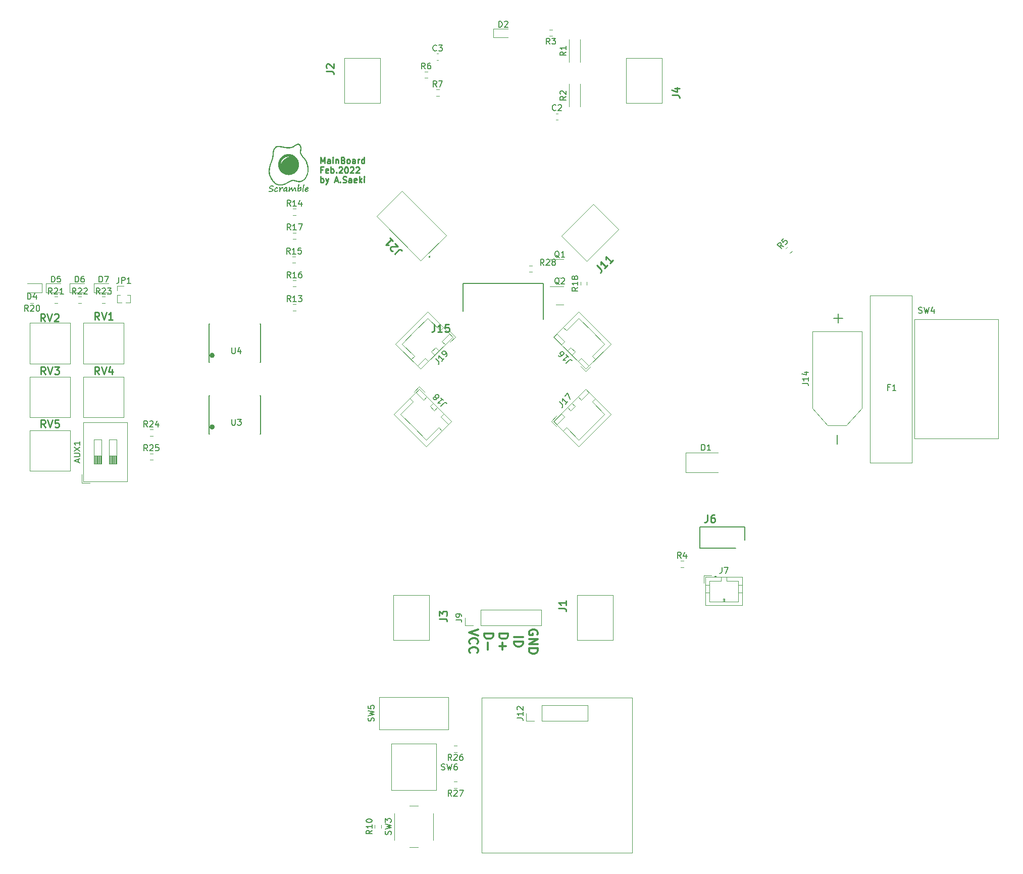
<source format=gto>
G04 #@! TF.GenerationSoftware,KiCad,Pcbnew,(6.0.1)*
G04 #@! TF.CreationDate,2022-02-25T12:40:39+09:00*
G04 #@! TF.ProjectId,main20220221,6d61696e-3230-4323-9230-3232312e6b69,rev?*
G04 #@! TF.SameCoordinates,Original*
G04 #@! TF.FileFunction,Legend,Top*
G04 #@! TF.FilePolarity,Positive*
%FSLAX46Y46*%
G04 Gerber Fmt 4.6, Leading zero omitted, Abs format (unit mm)*
G04 Created by KiCad (PCBNEW (6.0.1)) date 2022-02-25 12:40:39*
%MOMM*%
%LPD*%
G01*
G04 APERTURE LIST*
%ADD10C,0.300000*%
%ADD11C,0.250000*%
%ADD12C,0.150000*%
%ADD13C,0.254000*%
%ADD14C,0.200000*%
%ADD15C,0.120000*%
%ADD16C,0.100000*%
%ADD17C,0.149860*%
%ADD18C,0.381000*%
G04 APERTURE END LIST*
D10*
X131821428Y-132678571D02*
X133321428Y-132678571D01*
X133321428Y-133035714D01*
X133250000Y-133250000D01*
X133107142Y-133392857D01*
X132964285Y-133464285D01*
X132678571Y-133535714D01*
X132464285Y-133535714D01*
X132178571Y-133464285D01*
X132035714Y-133392857D01*
X131892857Y-133250000D01*
X131821428Y-133035714D01*
X131821428Y-132678571D01*
X132392857Y-134178571D02*
X132392857Y-135321428D01*
X140750000Y-132857142D02*
X140821428Y-132714285D01*
X140821428Y-132500000D01*
X140750000Y-132285714D01*
X140607142Y-132142857D01*
X140464285Y-132071428D01*
X140178571Y-132000000D01*
X139964285Y-132000000D01*
X139678571Y-132071428D01*
X139535714Y-132142857D01*
X139392857Y-132285714D01*
X139321428Y-132500000D01*
X139321428Y-132642857D01*
X139392857Y-132857142D01*
X139464285Y-132928571D01*
X139964285Y-132928571D01*
X139964285Y-132642857D01*
X139321428Y-133571428D02*
X140821428Y-133571428D01*
X139321428Y-134428571D01*
X140821428Y-134428571D01*
X139321428Y-135142857D02*
X140821428Y-135142857D01*
X140821428Y-135500000D01*
X140750000Y-135714285D01*
X140607142Y-135857142D01*
X140464285Y-135928571D01*
X140178571Y-136000000D01*
X139964285Y-136000000D01*
X139678571Y-135928571D01*
X139535714Y-135857142D01*
X139392857Y-135714285D01*
X139321428Y-135500000D01*
X139321428Y-135142857D01*
X136821428Y-133250000D02*
X138321428Y-133250000D01*
X136821428Y-133964285D02*
X138321428Y-133964285D01*
X138321428Y-134321428D01*
X138250000Y-134535714D01*
X138107142Y-134678571D01*
X137964285Y-134750000D01*
X137678571Y-134821428D01*
X137464285Y-134821428D01*
X137178571Y-134750000D01*
X137035714Y-134678571D01*
X136892857Y-134535714D01*
X136821428Y-134321428D01*
X136821428Y-133964285D01*
X134321428Y-132678571D02*
X135821428Y-132678571D01*
X135821428Y-133035714D01*
X135750000Y-133250000D01*
X135607142Y-133392857D01*
X135464285Y-133464285D01*
X135178571Y-133535714D01*
X134964285Y-133535714D01*
X134678571Y-133464285D01*
X134535714Y-133392857D01*
X134392857Y-133250000D01*
X134321428Y-133035714D01*
X134321428Y-132678571D01*
X134892857Y-134178571D02*
X134892857Y-135321428D01*
X134321428Y-134750000D02*
X135464285Y-134750000D01*
X130821428Y-132000000D02*
X129321428Y-132500000D01*
X130821428Y-133000000D01*
X129464285Y-134357142D02*
X129392857Y-134285714D01*
X129321428Y-134071428D01*
X129321428Y-133928571D01*
X129392857Y-133714285D01*
X129535714Y-133571428D01*
X129678571Y-133500000D01*
X129964285Y-133428571D01*
X130178571Y-133428571D01*
X130464285Y-133500000D01*
X130607142Y-133571428D01*
X130750000Y-133714285D01*
X130821428Y-133928571D01*
X130821428Y-134071428D01*
X130750000Y-134285714D01*
X130678571Y-134357142D01*
X129464285Y-135857142D02*
X129392857Y-135785714D01*
X129321428Y-135571428D01*
X129321428Y-135428571D01*
X129392857Y-135214285D01*
X129535714Y-135071428D01*
X129678571Y-135000000D01*
X129964285Y-134928571D01*
X130178571Y-134928571D01*
X130464285Y-135000000D01*
X130607142Y-135071428D01*
X130750000Y-135214285D01*
X130821428Y-135428571D01*
X130821428Y-135571428D01*
X130750000Y-135785714D01*
X130678571Y-135857142D01*
D11*
X104400595Y-53842380D02*
X104400595Y-52842380D01*
X104733928Y-53556666D01*
X105067261Y-52842380D01*
X105067261Y-53842380D01*
X105972023Y-53842380D02*
X105972023Y-53318571D01*
X105924404Y-53223333D01*
X105829166Y-53175714D01*
X105638690Y-53175714D01*
X105543452Y-53223333D01*
X105972023Y-53794761D02*
X105876785Y-53842380D01*
X105638690Y-53842380D01*
X105543452Y-53794761D01*
X105495833Y-53699523D01*
X105495833Y-53604285D01*
X105543452Y-53509047D01*
X105638690Y-53461428D01*
X105876785Y-53461428D01*
X105972023Y-53413809D01*
X106448214Y-53842380D02*
X106448214Y-53175714D01*
X106448214Y-52842380D02*
X106400595Y-52890000D01*
X106448214Y-52937619D01*
X106495833Y-52890000D01*
X106448214Y-52842380D01*
X106448214Y-52937619D01*
X106924404Y-53175714D02*
X106924404Y-53842380D01*
X106924404Y-53270952D02*
X106972023Y-53223333D01*
X107067261Y-53175714D01*
X107210119Y-53175714D01*
X107305357Y-53223333D01*
X107352976Y-53318571D01*
X107352976Y-53842380D01*
X108162500Y-53318571D02*
X108305357Y-53366190D01*
X108352976Y-53413809D01*
X108400595Y-53509047D01*
X108400595Y-53651904D01*
X108352976Y-53747142D01*
X108305357Y-53794761D01*
X108210119Y-53842380D01*
X107829166Y-53842380D01*
X107829166Y-52842380D01*
X108162500Y-52842380D01*
X108257738Y-52890000D01*
X108305357Y-52937619D01*
X108352976Y-53032857D01*
X108352976Y-53128095D01*
X108305357Y-53223333D01*
X108257738Y-53270952D01*
X108162500Y-53318571D01*
X107829166Y-53318571D01*
X108972023Y-53842380D02*
X108876785Y-53794761D01*
X108829166Y-53747142D01*
X108781547Y-53651904D01*
X108781547Y-53366190D01*
X108829166Y-53270952D01*
X108876785Y-53223333D01*
X108972023Y-53175714D01*
X109114880Y-53175714D01*
X109210119Y-53223333D01*
X109257738Y-53270952D01*
X109305357Y-53366190D01*
X109305357Y-53651904D01*
X109257738Y-53747142D01*
X109210119Y-53794761D01*
X109114880Y-53842380D01*
X108972023Y-53842380D01*
X110162500Y-53842380D02*
X110162500Y-53318571D01*
X110114880Y-53223333D01*
X110019642Y-53175714D01*
X109829166Y-53175714D01*
X109733928Y-53223333D01*
X110162500Y-53794761D02*
X110067261Y-53842380D01*
X109829166Y-53842380D01*
X109733928Y-53794761D01*
X109686309Y-53699523D01*
X109686309Y-53604285D01*
X109733928Y-53509047D01*
X109829166Y-53461428D01*
X110067261Y-53461428D01*
X110162500Y-53413809D01*
X110638690Y-53842380D02*
X110638690Y-53175714D01*
X110638690Y-53366190D02*
X110686309Y-53270952D01*
X110733928Y-53223333D01*
X110829166Y-53175714D01*
X110924404Y-53175714D01*
X111686309Y-53842380D02*
X111686309Y-52842380D01*
X111686309Y-53794761D02*
X111591071Y-53842380D01*
X111400595Y-53842380D01*
X111305357Y-53794761D01*
X111257738Y-53747142D01*
X111210119Y-53651904D01*
X111210119Y-53366190D01*
X111257738Y-53270952D01*
X111305357Y-53223333D01*
X111400595Y-53175714D01*
X111591071Y-53175714D01*
X111686309Y-53223333D01*
X104733928Y-54928571D02*
X104400595Y-54928571D01*
X104400595Y-55452380D02*
X104400595Y-54452380D01*
X104876785Y-54452380D01*
X105638690Y-55404761D02*
X105543452Y-55452380D01*
X105352976Y-55452380D01*
X105257738Y-55404761D01*
X105210119Y-55309523D01*
X105210119Y-54928571D01*
X105257738Y-54833333D01*
X105352976Y-54785714D01*
X105543452Y-54785714D01*
X105638690Y-54833333D01*
X105686309Y-54928571D01*
X105686309Y-55023809D01*
X105210119Y-55119047D01*
X106114880Y-55452380D02*
X106114880Y-54452380D01*
X106114880Y-54833333D02*
X106210119Y-54785714D01*
X106400595Y-54785714D01*
X106495833Y-54833333D01*
X106543452Y-54880952D01*
X106591071Y-54976190D01*
X106591071Y-55261904D01*
X106543452Y-55357142D01*
X106495833Y-55404761D01*
X106400595Y-55452380D01*
X106210119Y-55452380D01*
X106114880Y-55404761D01*
X107019642Y-55357142D02*
X107067261Y-55404761D01*
X107019642Y-55452380D01*
X106972023Y-55404761D01*
X107019642Y-55357142D01*
X107019642Y-55452380D01*
X107448214Y-54547619D02*
X107495833Y-54500000D01*
X107591071Y-54452380D01*
X107829166Y-54452380D01*
X107924404Y-54500000D01*
X107972023Y-54547619D01*
X108019642Y-54642857D01*
X108019642Y-54738095D01*
X107972023Y-54880952D01*
X107400595Y-55452380D01*
X108019642Y-55452380D01*
X108638690Y-54452380D02*
X108733928Y-54452380D01*
X108829166Y-54500000D01*
X108876785Y-54547619D01*
X108924404Y-54642857D01*
X108972023Y-54833333D01*
X108972023Y-55071428D01*
X108924404Y-55261904D01*
X108876785Y-55357142D01*
X108829166Y-55404761D01*
X108733928Y-55452380D01*
X108638690Y-55452380D01*
X108543452Y-55404761D01*
X108495833Y-55357142D01*
X108448214Y-55261904D01*
X108400595Y-55071428D01*
X108400595Y-54833333D01*
X108448214Y-54642857D01*
X108495833Y-54547619D01*
X108543452Y-54500000D01*
X108638690Y-54452380D01*
X109352976Y-54547619D02*
X109400595Y-54500000D01*
X109495833Y-54452380D01*
X109733928Y-54452380D01*
X109829166Y-54500000D01*
X109876785Y-54547619D01*
X109924404Y-54642857D01*
X109924404Y-54738095D01*
X109876785Y-54880952D01*
X109305357Y-55452380D01*
X109924404Y-55452380D01*
X110305357Y-54547619D02*
X110352976Y-54500000D01*
X110448214Y-54452380D01*
X110686309Y-54452380D01*
X110781547Y-54500000D01*
X110829166Y-54547619D01*
X110876785Y-54642857D01*
X110876785Y-54738095D01*
X110829166Y-54880952D01*
X110257738Y-55452380D01*
X110876785Y-55452380D01*
X104400595Y-57062380D02*
X104400595Y-56062380D01*
X104400595Y-56443333D02*
X104495833Y-56395714D01*
X104686309Y-56395714D01*
X104781547Y-56443333D01*
X104829166Y-56490952D01*
X104876785Y-56586190D01*
X104876785Y-56871904D01*
X104829166Y-56967142D01*
X104781547Y-57014761D01*
X104686309Y-57062380D01*
X104495833Y-57062380D01*
X104400595Y-57014761D01*
X105210119Y-56395714D02*
X105448214Y-57062380D01*
X105686309Y-56395714D02*
X105448214Y-57062380D01*
X105352976Y-57300476D01*
X105305357Y-57348095D01*
X105210119Y-57395714D01*
X106781547Y-56776666D02*
X107257738Y-56776666D01*
X106686309Y-57062380D02*
X107019642Y-56062380D01*
X107352976Y-57062380D01*
X107686309Y-56967142D02*
X107733928Y-57014761D01*
X107686309Y-57062380D01*
X107638690Y-57014761D01*
X107686309Y-56967142D01*
X107686309Y-57062380D01*
X108114880Y-57014761D02*
X108257738Y-57062380D01*
X108495833Y-57062380D01*
X108591071Y-57014761D01*
X108638690Y-56967142D01*
X108686309Y-56871904D01*
X108686309Y-56776666D01*
X108638690Y-56681428D01*
X108591071Y-56633809D01*
X108495833Y-56586190D01*
X108305357Y-56538571D01*
X108210119Y-56490952D01*
X108162500Y-56443333D01*
X108114880Y-56348095D01*
X108114880Y-56252857D01*
X108162500Y-56157619D01*
X108210119Y-56110000D01*
X108305357Y-56062380D01*
X108543452Y-56062380D01*
X108686309Y-56110000D01*
X109543452Y-57062380D02*
X109543452Y-56538571D01*
X109495833Y-56443333D01*
X109400595Y-56395714D01*
X109210119Y-56395714D01*
X109114880Y-56443333D01*
X109543452Y-57014761D02*
X109448214Y-57062380D01*
X109210119Y-57062380D01*
X109114880Y-57014761D01*
X109067261Y-56919523D01*
X109067261Y-56824285D01*
X109114880Y-56729047D01*
X109210119Y-56681428D01*
X109448214Y-56681428D01*
X109543452Y-56633809D01*
X110400595Y-57014761D02*
X110305357Y-57062380D01*
X110114880Y-57062380D01*
X110019642Y-57014761D01*
X109972023Y-56919523D01*
X109972023Y-56538571D01*
X110019642Y-56443333D01*
X110114880Y-56395714D01*
X110305357Y-56395714D01*
X110400595Y-56443333D01*
X110448214Y-56538571D01*
X110448214Y-56633809D01*
X109972023Y-56729047D01*
X110876785Y-57062380D02*
X110876785Y-56062380D01*
X110972023Y-56681428D02*
X111257738Y-57062380D01*
X111257738Y-56395714D02*
X110876785Y-56776666D01*
X111686309Y-57062380D02*
X111686309Y-56395714D01*
X111686309Y-56062380D02*
X111638690Y-56110000D01*
X111686309Y-56157619D01*
X111733928Y-56110000D01*
X111686309Y-56062380D01*
X111686309Y-56157619D01*
D12*
X63357142Y-75757380D02*
X63023809Y-75281190D01*
X62785714Y-75757380D02*
X62785714Y-74757380D01*
X63166666Y-74757380D01*
X63261904Y-74805000D01*
X63309523Y-74852619D01*
X63357142Y-74947857D01*
X63357142Y-75090714D01*
X63309523Y-75185952D01*
X63261904Y-75233571D01*
X63166666Y-75281190D01*
X62785714Y-75281190D01*
X63738095Y-74852619D02*
X63785714Y-74805000D01*
X63880952Y-74757380D01*
X64119047Y-74757380D01*
X64214285Y-74805000D01*
X64261904Y-74852619D01*
X64309523Y-74947857D01*
X64309523Y-75043095D01*
X64261904Y-75185952D01*
X63690476Y-75757380D01*
X64309523Y-75757380D01*
X64690476Y-74852619D02*
X64738095Y-74805000D01*
X64833333Y-74757380D01*
X65071428Y-74757380D01*
X65166666Y-74805000D01*
X65214285Y-74852619D01*
X65261904Y-74947857D01*
X65261904Y-75043095D01*
X65214285Y-75185952D01*
X64642857Y-75757380D01*
X65261904Y-75757380D01*
X59261904Y-73757380D02*
X59261904Y-72757380D01*
X59500000Y-72757380D01*
X59642857Y-72805000D01*
X59738095Y-72900238D01*
X59785714Y-72995476D01*
X59833333Y-73185952D01*
X59833333Y-73328809D01*
X59785714Y-73519285D01*
X59738095Y-73614523D01*
X59642857Y-73709761D01*
X59500000Y-73757380D01*
X59261904Y-73757380D01*
X60738095Y-72757380D02*
X60261904Y-72757380D01*
X60214285Y-73233571D01*
X60261904Y-73185952D01*
X60357142Y-73138333D01*
X60595238Y-73138333D01*
X60690476Y-73185952D01*
X60738095Y-73233571D01*
X60785714Y-73328809D01*
X60785714Y-73566904D01*
X60738095Y-73662142D01*
X60690476Y-73709761D01*
X60595238Y-73757380D01*
X60357142Y-73757380D01*
X60261904Y-73709761D01*
X60214285Y-73662142D01*
X144404761Y-69647619D02*
X144309523Y-69600000D01*
X144214285Y-69504761D01*
X144071428Y-69361904D01*
X143976190Y-69314285D01*
X143880952Y-69314285D01*
X143928571Y-69552380D02*
X143833333Y-69504761D01*
X143738095Y-69409523D01*
X143690476Y-69219047D01*
X143690476Y-68885714D01*
X143738095Y-68695238D01*
X143833333Y-68600000D01*
X143928571Y-68552380D01*
X144119047Y-68552380D01*
X144214285Y-68600000D01*
X144309523Y-68695238D01*
X144357142Y-68885714D01*
X144357142Y-69219047D01*
X144309523Y-69409523D01*
X144214285Y-69504761D01*
X144119047Y-69552380D01*
X143928571Y-69552380D01*
X145309523Y-69552380D02*
X144738095Y-69552380D01*
X145023809Y-69552380D02*
X145023809Y-68552380D01*
X144928571Y-68695238D01*
X144833333Y-68790476D01*
X144738095Y-68838095D01*
X145532380Y-42626666D02*
X145056190Y-42960000D01*
X145532380Y-43198095D02*
X144532380Y-43198095D01*
X144532380Y-42817142D01*
X144580000Y-42721904D01*
X144627619Y-42674285D01*
X144722857Y-42626666D01*
X144865714Y-42626666D01*
X144960952Y-42674285D01*
X145008571Y-42721904D01*
X145056190Y-42817142D01*
X145056190Y-43198095D01*
X144627619Y-42245714D02*
X144580000Y-42198095D01*
X144532380Y-42102857D01*
X144532380Y-41864761D01*
X144580000Y-41769523D01*
X144627619Y-41721904D01*
X144722857Y-41674285D01*
X144818095Y-41674285D01*
X144960952Y-41721904D01*
X145532380Y-42293333D01*
X145532380Y-41674285D01*
X168261904Y-101952380D02*
X168261904Y-100952380D01*
X168500000Y-100952380D01*
X168642857Y-101000000D01*
X168738095Y-101095238D01*
X168785714Y-101190476D01*
X168833333Y-101380952D01*
X168833333Y-101523809D01*
X168785714Y-101714285D01*
X168738095Y-101809523D01*
X168642857Y-101904761D01*
X168500000Y-101952380D01*
X168261904Y-101952380D01*
X169785714Y-101952380D02*
X169214285Y-101952380D01*
X169500000Y-101952380D02*
X169500000Y-100952380D01*
X169404761Y-101095238D01*
X169309523Y-101190476D01*
X169214285Y-101238095D01*
D13*
X123471904Y-80825523D02*
X123471904Y-81732666D01*
X123411428Y-81914095D01*
X123290476Y-82035047D01*
X123109047Y-82095523D01*
X122988095Y-82095523D01*
X124741904Y-82095523D02*
X124016190Y-82095523D01*
X124379047Y-82095523D02*
X124379047Y-80825523D01*
X124258095Y-81006952D01*
X124137142Y-81127904D01*
X124016190Y-81188380D01*
X125890952Y-80825523D02*
X125286190Y-80825523D01*
X125225714Y-81430285D01*
X125286190Y-81369809D01*
X125407142Y-81309333D01*
X125709523Y-81309333D01*
X125830476Y-81369809D01*
X125890952Y-81430285D01*
X125951428Y-81551238D01*
X125951428Y-81853619D01*
X125890952Y-81974571D01*
X125830476Y-82035047D01*
X125709523Y-82095523D01*
X125407142Y-82095523D01*
X125286190Y-82035047D01*
X125225714Y-81974571D01*
D12*
X137312380Y-146809523D02*
X138026666Y-146809523D01*
X138169523Y-146857142D01*
X138264761Y-146952380D01*
X138312380Y-147095238D01*
X138312380Y-147190476D01*
X138312380Y-145809523D02*
X138312380Y-146380952D01*
X138312380Y-146095238D02*
X137312380Y-146095238D01*
X137455238Y-146190476D01*
X137550476Y-146285714D01*
X137598095Y-146380952D01*
X137407619Y-145428571D02*
X137360000Y-145380952D01*
X137312380Y-145285714D01*
X137312380Y-145047619D01*
X137360000Y-144952380D01*
X137407619Y-144904761D01*
X137502857Y-144857142D01*
X137598095Y-144857142D01*
X137740952Y-144904761D01*
X138312380Y-145476190D01*
X138312380Y-144857142D01*
X55261904Y-76617380D02*
X55261904Y-75617380D01*
X55500000Y-75617380D01*
X55642857Y-75665000D01*
X55738095Y-75760238D01*
X55785714Y-75855476D01*
X55833333Y-76045952D01*
X55833333Y-76188809D01*
X55785714Y-76379285D01*
X55738095Y-76474523D01*
X55642857Y-76569761D01*
X55500000Y-76617380D01*
X55261904Y-76617380D01*
X56690476Y-75950714D02*
X56690476Y-76617380D01*
X56452380Y-75569761D02*
X56214285Y-76284047D01*
X56833333Y-76284047D01*
X63746666Y-103904285D02*
X63746666Y-103428095D01*
X64032380Y-103999523D02*
X63032380Y-103666190D01*
X64032380Y-103332857D01*
X63032380Y-102999523D02*
X63841904Y-102999523D01*
X63937142Y-102951904D01*
X63984761Y-102904285D01*
X64032380Y-102809047D01*
X64032380Y-102618571D01*
X63984761Y-102523333D01*
X63937142Y-102475714D01*
X63841904Y-102428095D01*
X63032380Y-102428095D01*
X63032380Y-102047142D02*
X64032380Y-101380476D01*
X63032380Y-101380476D02*
X64032380Y-102047142D01*
X64032380Y-100475714D02*
X64032380Y-101047142D01*
X64032380Y-100761428D02*
X63032380Y-100761428D01*
X63175238Y-100856666D01*
X63270476Y-100951904D01*
X63318095Y-101047142D01*
X75357142Y-98022380D02*
X75023809Y-97546190D01*
X74785714Y-98022380D02*
X74785714Y-97022380D01*
X75166666Y-97022380D01*
X75261904Y-97070000D01*
X75309523Y-97117619D01*
X75357142Y-97212857D01*
X75357142Y-97355714D01*
X75309523Y-97450952D01*
X75261904Y-97498571D01*
X75166666Y-97546190D01*
X74785714Y-97546190D01*
X75738095Y-97117619D02*
X75785714Y-97070000D01*
X75880952Y-97022380D01*
X76119047Y-97022380D01*
X76214285Y-97070000D01*
X76261904Y-97117619D01*
X76309523Y-97212857D01*
X76309523Y-97308095D01*
X76261904Y-97450952D01*
X75690476Y-98022380D01*
X76309523Y-98022380D01*
X77166666Y-97355714D02*
X77166666Y-98022380D01*
X76928571Y-96974761D02*
X76690476Y-97689047D01*
X77309523Y-97689047D01*
X144404761Y-74147619D02*
X144309523Y-74100000D01*
X144214285Y-74004761D01*
X144071428Y-73861904D01*
X143976190Y-73814285D01*
X143880952Y-73814285D01*
X143928571Y-74052380D02*
X143833333Y-74004761D01*
X143738095Y-73909523D01*
X143690476Y-73719047D01*
X143690476Y-73385714D01*
X143738095Y-73195238D01*
X143833333Y-73100000D01*
X143928571Y-73052380D01*
X144119047Y-73052380D01*
X144214285Y-73100000D01*
X144309523Y-73195238D01*
X144357142Y-73385714D01*
X144357142Y-73719047D01*
X144309523Y-73909523D01*
X144214285Y-74004761D01*
X144119047Y-74052380D01*
X143928571Y-74052380D01*
X144738095Y-73147619D02*
X144785714Y-73100000D01*
X144880952Y-73052380D01*
X145119047Y-73052380D01*
X145214285Y-73100000D01*
X145261904Y-73147619D01*
X145309523Y-73242857D01*
X145309523Y-73338095D01*
X145261904Y-73480952D01*
X144690476Y-74052380D01*
X145309523Y-74052380D01*
X121920833Y-38022380D02*
X121587500Y-37546190D01*
X121349404Y-38022380D02*
X121349404Y-37022380D01*
X121730357Y-37022380D01*
X121825595Y-37070000D01*
X121873214Y-37117619D01*
X121920833Y-37212857D01*
X121920833Y-37355714D01*
X121873214Y-37450952D01*
X121825595Y-37498571D01*
X121730357Y-37546190D01*
X121349404Y-37546190D01*
X122777976Y-37022380D02*
X122587500Y-37022380D01*
X122492261Y-37070000D01*
X122444642Y-37117619D01*
X122349404Y-37260476D01*
X122301785Y-37450952D01*
X122301785Y-37831904D01*
X122349404Y-37927142D01*
X122397023Y-37974761D01*
X122492261Y-38022380D01*
X122682738Y-38022380D01*
X122777976Y-37974761D01*
X122825595Y-37927142D01*
X122873214Y-37831904D01*
X122873214Y-37593809D01*
X122825595Y-37498571D01*
X122777976Y-37450952D01*
X122682738Y-37403333D01*
X122492261Y-37403333D01*
X122397023Y-37450952D01*
X122349404Y-37498571D01*
X122301785Y-37593809D01*
X75357142Y-102022380D02*
X75023809Y-101546190D01*
X74785714Y-102022380D02*
X74785714Y-101022380D01*
X75166666Y-101022380D01*
X75261904Y-101070000D01*
X75309523Y-101117619D01*
X75357142Y-101212857D01*
X75357142Y-101355714D01*
X75309523Y-101450952D01*
X75261904Y-101498571D01*
X75166666Y-101546190D01*
X74785714Y-101546190D01*
X75738095Y-101117619D02*
X75785714Y-101070000D01*
X75880952Y-101022380D01*
X76119047Y-101022380D01*
X76214285Y-101070000D01*
X76261904Y-101117619D01*
X76309523Y-101212857D01*
X76309523Y-101308095D01*
X76261904Y-101450952D01*
X75690476Y-102022380D01*
X76309523Y-102022380D01*
X77214285Y-101022380D02*
X76738095Y-101022380D01*
X76690476Y-101498571D01*
X76738095Y-101450952D01*
X76833333Y-101403333D01*
X77071428Y-101403333D01*
X77166666Y-101450952D01*
X77214285Y-101498571D01*
X77261904Y-101593809D01*
X77261904Y-101831904D01*
X77214285Y-101927142D01*
X77166666Y-101974761D01*
X77071428Y-102022380D01*
X76833333Y-102022380D01*
X76738095Y-101974761D01*
X76690476Y-101927142D01*
X99269642Y-69022380D02*
X98936309Y-68546190D01*
X98698214Y-69022380D02*
X98698214Y-68022380D01*
X99079166Y-68022380D01*
X99174404Y-68070000D01*
X99222023Y-68117619D01*
X99269642Y-68212857D01*
X99269642Y-68355714D01*
X99222023Y-68450952D01*
X99174404Y-68498571D01*
X99079166Y-68546190D01*
X98698214Y-68546190D01*
X100222023Y-69022380D02*
X99650595Y-69022380D01*
X99936309Y-69022380D02*
X99936309Y-68022380D01*
X99841071Y-68165238D01*
X99745833Y-68260476D01*
X99650595Y-68308095D01*
X101126785Y-68022380D02*
X100650595Y-68022380D01*
X100602976Y-68498571D01*
X100650595Y-68450952D01*
X100745833Y-68403333D01*
X100983928Y-68403333D01*
X101079166Y-68450952D01*
X101126785Y-68498571D01*
X101174404Y-68593809D01*
X101174404Y-68831904D01*
X101126785Y-68927142D01*
X101079166Y-68974761D01*
X100983928Y-69022380D01*
X100745833Y-69022380D01*
X100650595Y-68974761D01*
X100602976Y-68927142D01*
X113304761Y-147333333D02*
X113352380Y-147190476D01*
X113352380Y-146952380D01*
X113304761Y-146857142D01*
X113257142Y-146809523D01*
X113161904Y-146761904D01*
X113066666Y-146761904D01*
X112971428Y-146809523D01*
X112923809Y-146857142D01*
X112876190Y-146952380D01*
X112828571Y-147142857D01*
X112780952Y-147238095D01*
X112733333Y-147285714D01*
X112638095Y-147333333D01*
X112542857Y-147333333D01*
X112447619Y-147285714D01*
X112400000Y-147238095D01*
X112352380Y-147142857D01*
X112352380Y-146904761D01*
X112400000Y-146761904D01*
X112352380Y-146428571D02*
X113352380Y-146190476D01*
X112638095Y-146000000D01*
X113352380Y-145809523D01*
X112352380Y-145571428D01*
X112352380Y-144714285D02*
X112352380Y-145190476D01*
X112828571Y-145238095D01*
X112780952Y-145190476D01*
X112733333Y-145095238D01*
X112733333Y-144857142D01*
X112780952Y-144761904D01*
X112828571Y-144714285D01*
X112923809Y-144666666D01*
X113161904Y-144666666D01*
X113257142Y-144714285D01*
X113304761Y-144761904D01*
X113352380Y-144857142D01*
X113352380Y-145095238D01*
X113304761Y-145190476D01*
X113257142Y-145238095D01*
D13*
X58172047Y-80330523D02*
X57748714Y-79725761D01*
X57446333Y-80330523D02*
X57446333Y-79060523D01*
X57930142Y-79060523D01*
X58051095Y-79121000D01*
X58111571Y-79181476D01*
X58172047Y-79302428D01*
X58172047Y-79483857D01*
X58111571Y-79604809D01*
X58051095Y-79665285D01*
X57930142Y-79725761D01*
X57446333Y-79725761D01*
X58534904Y-79060523D02*
X58958238Y-80330523D01*
X59381571Y-79060523D01*
X59744428Y-79181476D02*
X59804904Y-79121000D01*
X59925857Y-79060523D01*
X60228238Y-79060523D01*
X60349190Y-79121000D01*
X60409666Y-79181476D01*
X60470142Y-79302428D01*
X60470142Y-79423380D01*
X60409666Y-79604809D01*
X59683952Y-80330523D01*
X60470142Y-80330523D01*
D12*
X126357142Y-153882380D02*
X126023809Y-153406190D01*
X125785714Y-153882380D02*
X125785714Y-152882380D01*
X126166666Y-152882380D01*
X126261904Y-152930000D01*
X126309523Y-152977619D01*
X126357142Y-153072857D01*
X126357142Y-153215714D01*
X126309523Y-153310952D01*
X126261904Y-153358571D01*
X126166666Y-153406190D01*
X125785714Y-153406190D01*
X126738095Y-152977619D02*
X126785714Y-152930000D01*
X126880952Y-152882380D01*
X127119047Y-152882380D01*
X127214285Y-152930000D01*
X127261904Y-152977619D01*
X127309523Y-153072857D01*
X127309523Y-153168095D01*
X127261904Y-153310952D01*
X126690476Y-153882380D01*
X127309523Y-153882380D01*
X128166666Y-152882380D02*
X127976190Y-152882380D01*
X127880952Y-152930000D01*
X127833333Y-152977619D01*
X127738095Y-153120476D01*
X127690476Y-153310952D01*
X127690476Y-153691904D01*
X127738095Y-153787142D01*
X127785714Y-153834761D01*
X127880952Y-153882380D01*
X128071428Y-153882380D01*
X128166666Y-153834761D01*
X128214285Y-153787142D01*
X128261904Y-153691904D01*
X128261904Y-153453809D01*
X128214285Y-153358571D01*
X128166666Y-153310952D01*
X128071428Y-153263333D01*
X127880952Y-153263333D01*
X127785714Y-153310952D01*
X127738095Y-153358571D01*
X127690476Y-153453809D01*
X124579307Y-94565498D02*
X125084383Y-94060422D01*
X125219070Y-93993079D01*
X125353757Y-93993079D01*
X125488444Y-94060422D01*
X125555788Y-94127766D01*
X124579307Y-93151285D02*
X124983368Y-93555346D01*
X124781338Y-93353315D02*
X124074231Y-94060422D01*
X124242590Y-94026750D01*
X124377277Y-94026750D01*
X124478292Y-94060422D01*
X123771185Y-93151285D02*
X123804857Y-93252300D01*
X123804857Y-93319644D01*
X123771185Y-93420659D01*
X123737513Y-93454331D01*
X123636498Y-93488002D01*
X123569155Y-93488002D01*
X123468139Y-93454331D01*
X123333452Y-93319644D01*
X123299781Y-93218628D01*
X123299781Y-93151285D01*
X123333452Y-93050270D01*
X123367124Y-93016598D01*
X123468139Y-92982926D01*
X123535483Y-92982926D01*
X123636498Y-93016598D01*
X123771185Y-93151285D01*
X123872200Y-93184957D01*
X123939544Y-93184957D01*
X124040559Y-93151285D01*
X124175246Y-93016598D01*
X124208918Y-92915583D01*
X124208918Y-92848239D01*
X124175246Y-92747224D01*
X124040559Y-92612537D01*
X123939544Y-92578865D01*
X123872200Y-92578865D01*
X123771185Y-92612537D01*
X123636498Y-92747224D01*
X123602826Y-92848239D01*
X123602826Y-92915583D01*
X123636498Y-93016598D01*
X143833333Y-44927142D02*
X143785714Y-44974761D01*
X143642857Y-45022380D01*
X143547619Y-45022380D01*
X143404761Y-44974761D01*
X143309523Y-44879523D01*
X143261904Y-44784285D01*
X143214285Y-44593809D01*
X143214285Y-44450952D01*
X143261904Y-44260476D01*
X143309523Y-44165238D01*
X143404761Y-44070000D01*
X143547619Y-44022380D01*
X143642857Y-44022380D01*
X143785714Y-44070000D01*
X143833333Y-44117619D01*
X144214285Y-44117619D02*
X144261904Y-44070000D01*
X144357142Y-44022380D01*
X144595238Y-44022380D01*
X144690476Y-44070000D01*
X144738095Y-44117619D01*
X144785714Y-44212857D01*
X144785714Y-44308095D01*
X144738095Y-44450952D01*
X144166666Y-45022380D01*
X144785714Y-45022380D01*
X144414009Y-93791081D02*
X144919085Y-94296157D01*
X144986428Y-94430844D01*
X144986428Y-94565531D01*
X144919085Y-94700218D01*
X144851741Y-94767562D01*
X145828222Y-93791081D02*
X145424161Y-94195142D01*
X145626192Y-93993112D02*
X144919085Y-93286005D01*
X144952757Y-93454364D01*
X144952757Y-93589051D01*
X144919085Y-93690066D01*
X145356818Y-92848272D02*
X145828222Y-92376868D01*
X146232283Y-93387020D01*
X123666701Y-86579307D02*
X124171777Y-87084383D01*
X124239120Y-87219070D01*
X124239120Y-87353757D01*
X124171777Y-87488444D01*
X124104433Y-87555788D01*
X125080914Y-86579307D02*
X124676853Y-86983368D01*
X124878884Y-86781338D02*
X124171777Y-86074231D01*
X124205449Y-86242590D01*
X124205449Y-86377277D01*
X124171777Y-86478292D01*
X125417632Y-86242590D02*
X125552319Y-86107903D01*
X125585990Y-86006887D01*
X125585990Y-85939544D01*
X125552319Y-85771185D01*
X125451303Y-85602826D01*
X125181929Y-85333452D01*
X125080914Y-85299781D01*
X125013571Y-85299781D01*
X124912555Y-85333452D01*
X124777868Y-85468139D01*
X124744197Y-85569155D01*
X124744197Y-85636498D01*
X124777868Y-85737513D01*
X124946227Y-85905872D01*
X125047242Y-85939544D01*
X125114586Y-85939544D01*
X125215601Y-85905872D01*
X125350288Y-85771185D01*
X125383960Y-85670170D01*
X125383960Y-85602826D01*
X125350288Y-85501811D01*
D13*
X169258666Y-112748523D02*
X169258666Y-113655666D01*
X169198190Y-113837095D01*
X169077238Y-113958047D01*
X168895809Y-114018523D01*
X168774857Y-114018523D01*
X170407714Y-112748523D02*
X170165809Y-112748523D01*
X170044857Y-112809000D01*
X169984380Y-112869476D01*
X169863428Y-113050904D01*
X169802952Y-113292809D01*
X169802952Y-113776619D01*
X169863428Y-113897571D01*
X169923904Y-113958047D01*
X170044857Y-114018523D01*
X170286761Y-114018523D01*
X170407714Y-113958047D01*
X170468190Y-113897571D01*
X170528666Y-113776619D01*
X170528666Y-113474238D01*
X170468190Y-113353285D01*
X170407714Y-113292809D01*
X170286761Y-113232333D01*
X170044857Y-113232333D01*
X169923904Y-113292809D01*
X169863428Y-113353285D01*
X169802952Y-113474238D01*
D14*
X89492096Y-96722380D02*
X89492096Y-97531904D01*
X89539715Y-97627142D01*
X89587334Y-97674761D01*
X89682572Y-97722380D01*
X89873048Y-97722380D01*
X89968286Y-97674761D01*
X90015905Y-97627142D01*
X90063524Y-97531904D01*
X90063524Y-96722380D01*
X90444477Y-96722380D02*
X91063524Y-96722380D01*
X90730191Y-97103333D01*
X90873048Y-97103333D01*
X90968286Y-97150952D01*
X91015905Y-97198571D01*
X91063524Y-97293809D01*
X91063524Y-97531904D01*
X91015905Y-97627142D01*
X90968286Y-97674761D01*
X90873048Y-97722380D01*
X90587334Y-97722380D01*
X90492096Y-97674761D01*
X90444477Y-97627142D01*
D12*
X199818666Y-91368571D02*
X199485333Y-91368571D01*
X199485333Y-91892380D02*
X199485333Y-90892380D01*
X199961523Y-90892380D01*
X200866285Y-91892380D02*
X200294857Y-91892380D01*
X200580571Y-91892380D02*
X200580571Y-90892380D01*
X200485333Y-91035238D01*
X200390095Y-91130476D01*
X200294857Y-91178095D01*
X70540666Y-72941380D02*
X70540666Y-73655666D01*
X70493047Y-73798523D01*
X70397809Y-73893761D01*
X70254952Y-73941380D01*
X70159714Y-73941380D01*
X71016857Y-73941380D02*
X71016857Y-72941380D01*
X71397809Y-72941380D01*
X71493047Y-72989000D01*
X71540666Y-73036619D01*
X71588285Y-73131857D01*
X71588285Y-73274714D01*
X71540666Y-73369952D01*
X71493047Y-73417571D01*
X71397809Y-73465190D01*
X71016857Y-73465190D01*
X72540666Y-73941380D02*
X71969238Y-73941380D01*
X72254952Y-73941380D02*
X72254952Y-72941380D01*
X72159714Y-73084238D01*
X72064476Y-73179476D01*
X71969238Y-73227095D01*
X171666666Y-121552380D02*
X171666666Y-122266666D01*
X171619047Y-122409523D01*
X171523809Y-122504761D01*
X171380952Y-122552380D01*
X171285714Y-122552380D01*
X172047619Y-121552380D02*
X172714285Y-121552380D01*
X172285714Y-122552380D01*
X113022380Y-165642857D02*
X112546190Y-165976190D01*
X113022380Y-166214285D02*
X112022380Y-166214285D01*
X112022380Y-165833333D01*
X112070000Y-165738095D01*
X112117619Y-165690476D01*
X112212857Y-165642857D01*
X112355714Y-165642857D01*
X112450952Y-165690476D01*
X112498571Y-165738095D01*
X112546190Y-165833333D01*
X112546190Y-166214285D01*
X113022380Y-164690476D02*
X113022380Y-165261904D01*
X113022380Y-164976190D02*
X112022380Y-164976190D01*
X112165238Y-165071428D01*
X112260476Y-165166666D01*
X112308095Y-165261904D01*
X112022380Y-164071428D02*
X112022380Y-163976190D01*
X112070000Y-163880952D01*
X112117619Y-163833333D01*
X112212857Y-163785714D01*
X112403333Y-163738095D01*
X112641428Y-163738095D01*
X112831904Y-163785714D01*
X112927142Y-163833333D01*
X112974761Y-163880952D01*
X113022380Y-163976190D01*
X113022380Y-164071428D01*
X112974761Y-164166666D01*
X112927142Y-164214285D01*
X112831904Y-164261904D01*
X112641428Y-164309523D01*
X112403333Y-164309523D01*
X112212857Y-164261904D01*
X112117619Y-164214285D01*
X112070000Y-164166666D01*
X112022380Y-164071428D01*
X204666666Y-78904761D02*
X204809523Y-78952380D01*
X205047619Y-78952380D01*
X205142857Y-78904761D01*
X205190476Y-78857142D01*
X205238095Y-78761904D01*
X205238095Y-78666666D01*
X205190476Y-78571428D01*
X205142857Y-78523809D01*
X205047619Y-78476190D01*
X204857142Y-78428571D01*
X204761904Y-78380952D01*
X204714285Y-78333333D01*
X204666666Y-78238095D01*
X204666666Y-78142857D01*
X204714285Y-78047619D01*
X204761904Y-78000000D01*
X204857142Y-77952380D01*
X205095238Y-77952380D01*
X205238095Y-78000000D01*
X205571428Y-77952380D02*
X205809523Y-78952380D01*
X206000000Y-78238095D01*
X206190476Y-78952380D01*
X206428571Y-77952380D01*
X207238095Y-78285714D02*
X207238095Y-78952380D01*
X207000000Y-77904761D02*
X206761904Y-78619047D01*
X207380952Y-78619047D01*
D13*
X105304523Y-38423333D02*
X106211666Y-38423333D01*
X106393095Y-38483809D01*
X106514047Y-38604761D01*
X106574523Y-38786190D01*
X106574523Y-38907142D01*
X105425476Y-37879047D02*
X105365000Y-37818571D01*
X105304523Y-37697619D01*
X105304523Y-37395238D01*
X105365000Y-37274285D01*
X105425476Y-37213809D01*
X105546428Y-37153333D01*
X105667380Y-37153333D01*
X105848809Y-37213809D01*
X106574523Y-37939523D01*
X106574523Y-37153333D01*
X67244047Y-89220523D02*
X66820714Y-88615761D01*
X66518333Y-89220523D02*
X66518333Y-87950523D01*
X67002142Y-87950523D01*
X67123095Y-88011000D01*
X67183571Y-88071476D01*
X67244047Y-88192428D01*
X67244047Y-88373857D01*
X67183571Y-88494809D01*
X67123095Y-88555285D01*
X67002142Y-88615761D01*
X66518333Y-88615761D01*
X67606904Y-87950523D02*
X68030238Y-89220523D01*
X68453571Y-87950523D01*
X69421190Y-88373857D02*
X69421190Y-89220523D01*
X69118809Y-87890047D02*
X68816428Y-88797190D01*
X69602619Y-88797190D01*
D12*
X134261904Y-31022380D02*
X134261904Y-30022380D01*
X134500000Y-30022380D01*
X134642857Y-30070000D01*
X134738095Y-30165238D01*
X134785714Y-30260476D01*
X134833333Y-30450952D01*
X134833333Y-30593809D01*
X134785714Y-30784285D01*
X134738095Y-30879523D01*
X134642857Y-30974761D01*
X134500000Y-31022380D01*
X134261904Y-31022380D01*
X135214285Y-30117619D02*
X135261904Y-30070000D01*
X135357142Y-30022380D01*
X135595238Y-30022380D01*
X135690476Y-30070000D01*
X135738095Y-30117619D01*
X135785714Y-30212857D01*
X135785714Y-30308095D01*
X135738095Y-30450952D01*
X135166666Y-31022380D01*
X135785714Y-31022380D01*
X126357142Y-159882380D02*
X126023809Y-159406190D01*
X125785714Y-159882380D02*
X125785714Y-158882380D01*
X126166666Y-158882380D01*
X126261904Y-158930000D01*
X126309523Y-158977619D01*
X126357142Y-159072857D01*
X126357142Y-159215714D01*
X126309523Y-159310952D01*
X126261904Y-159358571D01*
X126166666Y-159406190D01*
X125785714Y-159406190D01*
X126738095Y-158977619D02*
X126785714Y-158930000D01*
X126880952Y-158882380D01*
X127119047Y-158882380D01*
X127214285Y-158930000D01*
X127261904Y-158977619D01*
X127309523Y-159072857D01*
X127309523Y-159168095D01*
X127261904Y-159310952D01*
X126690476Y-159882380D01*
X127309523Y-159882380D01*
X127642857Y-158882380D02*
X128309523Y-158882380D01*
X127880952Y-159882380D01*
X145532380Y-35166666D02*
X145056190Y-35500000D01*
X145532380Y-35738095D02*
X144532380Y-35738095D01*
X144532380Y-35357142D01*
X144580000Y-35261904D01*
X144627619Y-35214285D01*
X144722857Y-35166666D01*
X144865714Y-35166666D01*
X144960952Y-35214285D01*
X145008571Y-35261904D01*
X145056190Y-35357142D01*
X145056190Y-35738095D01*
X145532380Y-34214285D02*
X145532380Y-34785714D01*
X145532380Y-34500000D02*
X144532380Y-34500000D01*
X144675238Y-34595238D01*
X144770476Y-34690476D01*
X144818095Y-34785714D01*
X116154761Y-166333333D02*
X116202380Y-166190476D01*
X116202380Y-165952380D01*
X116154761Y-165857142D01*
X116107142Y-165809523D01*
X116011904Y-165761904D01*
X115916666Y-165761904D01*
X115821428Y-165809523D01*
X115773809Y-165857142D01*
X115726190Y-165952380D01*
X115678571Y-166142857D01*
X115630952Y-166238095D01*
X115583333Y-166285714D01*
X115488095Y-166333333D01*
X115392857Y-166333333D01*
X115297619Y-166285714D01*
X115250000Y-166238095D01*
X115202380Y-166142857D01*
X115202380Y-165904761D01*
X115250000Y-165761904D01*
X115202380Y-165428571D02*
X116202380Y-165190476D01*
X115488095Y-165000000D01*
X116202380Y-164809523D01*
X115202380Y-164571428D01*
X115202380Y-164285714D02*
X115202380Y-163666666D01*
X115583333Y-164000000D01*
X115583333Y-163857142D01*
X115630952Y-163761904D01*
X115678571Y-163714285D01*
X115773809Y-163666666D01*
X116011904Y-163666666D01*
X116107142Y-163714285D01*
X116154761Y-163761904D01*
X116202380Y-163857142D01*
X116202380Y-164142857D01*
X116154761Y-164238095D01*
X116107142Y-164285714D01*
X185152380Y-90709523D02*
X185866666Y-90709523D01*
X186009523Y-90757142D01*
X186104761Y-90852380D01*
X186152380Y-90995238D01*
X186152380Y-91090476D01*
X186152380Y-89709523D02*
X186152380Y-90280952D01*
X186152380Y-89995238D02*
X185152380Y-89995238D01*
X185295238Y-90090476D01*
X185390476Y-90185714D01*
X185438095Y-90280952D01*
X185485714Y-88852380D02*
X186152380Y-88852380D01*
X185104761Y-89090476D02*
X185819047Y-89328571D01*
X185819047Y-88709523D01*
X191142857Y-80545904D02*
X191142857Y-79022095D01*
X191904761Y-79784000D02*
X190380952Y-79784000D01*
X191015857Y-100865904D02*
X191015857Y-99342095D01*
D14*
X89492096Y-84722380D02*
X89492096Y-85531904D01*
X89539715Y-85627142D01*
X89587334Y-85674761D01*
X89682572Y-85722380D01*
X89873048Y-85722380D01*
X89968286Y-85674761D01*
X90015905Y-85627142D01*
X90063524Y-85531904D01*
X90063524Y-84722380D01*
X90968286Y-85055714D02*
X90968286Y-85722380D01*
X90730191Y-84674761D02*
X90492096Y-85389047D01*
X91111143Y-85389047D01*
D13*
X124304523Y-130173333D02*
X125211666Y-130173333D01*
X125393095Y-130233809D01*
X125514047Y-130354761D01*
X125574523Y-130536190D01*
X125574523Y-130657142D01*
X124304523Y-129689523D02*
X124304523Y-128903333D01*
X124788333Y-129326666D01*
X124788333Y-129145238D01*
X124848809Y-129024285D01*
X124909285Y-128963809D01*
X125030238Y-128903333D01*
X125332619Y-128903333D01*
X125453571Y-128963809D01*
X125514047Y-129024285D01*
X125574523Y-129145238D01*
X125574523Y-129508095D01*
X125514047Y-129629047D01*
X125453571Y-129689523D01*
D12*
X67261904Y-73757380D02*
X67261904Y-72757380D01*
X67500000Y-72757380D01*
X67642857Y-72805000D01*
X67738095Y-72900238D01*
X67785714Y-72995476D01*
X67833333Y-73185952D01*
X67833333Y-73328809D01*
X67785714Y-73519285D01*
X67738095Y-73614523D01*
X67642857Y-73709761D01*
X67500000Y-73757380D01*
X67261904Y-73757380D01*
X68166666Y-72757380D02*
X68833333Y-72757380D01*
X68404761Y-73757380D01*
X63261904Y-73757380D02*
X63261904Y-72757380D01*
X63500000Y-72757380D01*
X63642857Y-72805000D01*
X63738095Y-72900238D01*
X63785714Y-72995476D01*
X63833333Y-73185952D01*
X63833333Y-73328809D01*
X63785714Y-73519285D01*
X63738095Y-73614523D01*
X63642857Y-73709761D01*
X63500000Y-73757380D01*
X63261904Y-73757380D01*
X64690476Y-72757380D02*
X64500000Y-72757380D01*
X64404761Y-72805000D01*
X64357142Y-72852619D01*
X64261904Y-72995476D01*
X64214285Y-73185952D01*
X64214285Y-73566904D01*
X64261904Y-73662142D01*
X64309523Y-73709761D01*
X64404761Y-73757380D01*
X64595238Y-73757380D01*
X64690476Y-73709761D01*
X64738095Y-73662142D01*
X64785714Y-73566904D01*
X64785714Y-73328809D01*
X64738095Y-73233571D01*
X64690476Y-73185952D01*
X64595238Y-73138333D01*
X64404761Y-73138333D01*
X64309523Y-73185952D01*
X64261904Y-73233571D01*
X64214285Y-73328809D01*
X182070867Y-67752569D02*
X181498447Y-67651554D01*
X181666806Y-68156630D02*
X180959699Y-67449524D01*
X181229073Y-67180149D01*
X181330088Y-67146478D01*
X181397432Y-67146478D01*
X181498447Y-67180149D01*
X181599462Y-67281165D01*
X181633134Y-67382180D01*
X181633134Y-67449524D01*
X181599462Y-67550539D01*
X181330088Y-67819913D01*
X182003524Y-66405699D02*
X181666806Y-66742417D01*
X181969852Y-67112806D01*
X181969852Y-67045462D01*
X182003524Y-66944447D01*
X182171882Y-66776088D01*
X182272898Y-66742417D01*
X182340241Y-66742417D01*
X182441256Y-66776088D01*
X182609615Y-66944447D01*
X182643287Y-67045462D01*
X182643287Y-67112806D01*
X182609615Y-67213821D01*
X182441256Y-67382180D01*
X182340241Y-67415852D01*
X182272898Y-67415852D01*
X55357142Y-78617380D02*
X55023809Y-78141190D01*
X54785714Y-78617380D02*
X54785714Y-77617380D01*
X55166666Y-77617380D01*
X55261904Y-77665000D01*
X55309523Y-77712619D01*
X55357142Y-77807857D01*
X55357142Y-77950714D01*
X55309523Y-78045952D01*
X55261904Y-78093571D01*
X55166666Y-78141190D01*
X54785714Y-78141190D01*
X55738095Y-77712619D02*
X55785714Y-77665000D01*
X55880952Y-77617380D01*
X56119047Y-77617380D01*
X56214285Y-77665000D01*
X56261904Y-77712619D01*
X56309523Y-77807857D01*
X56309523Y-77903095D01*
X56261904Y-78045952D01*
X55690476Y-78617380D01*
X56309523Y-78617380D01*
X56928571Y-77617380D02*
X57023809Y-77617380D01*
X57119047Y-77665000D01*
X57166666Y-77712619D01*
X57214285Y-77807857D01*
X57261904Y-77998333D01*
X57261904Y-78236428D01*
X57214285Y-78426904D01*
X57166666Y-78522142D01*
X57119047Y-78569761D01*
X57023809Y-78617380D01*
X56928571Y-78617380D01*
X56833333Y-78569761D01*
X56785714Y-78522142D01*
X56738095Y-78426904D01*
X56690476Y-78236428D01*
X56690476Y-77998333D01*
X56738095Y-77807857D01*
X56785714Y-77712619D01*
X56833333Y-77665000D01*
X56928571Y-77617380D01*
D13*
X67244047Y-80076523D02*
X66820714Y-79471761D01*
X66518333Y-80076523D02*
X66518333Y-78806523D01*
X67002142Y-78806523D01*
X67123095Y-78867000D01*
X67183571Y-78927476D01*
X67244047Y-79048428D01*
X67244047Y-79229857D01*
X67183571Y-79350809D01*
X67123095Y-79411285D01*
X67002142Y-79471761D01*
X66518333Y-79471761D01*
X67606904Y-78806523D02*
X68030238Y-80076523D01*
X68453571Y-78806523D01*
X69542142Y-80076523D02*
X68816428Y-80076523D01*
X69179285Y-80076523D02*
X69179285Y-78806523D01*
X69058333Y-78987952D01*
X68937380Y-79108904D01*
X68816428Y-79169380D01*
X58244047Y-89220523D02*
X57820714Y-88615761D01*
X57518333Y-89220523D02*
X57518333Y-87950523D01*
X58002142Y-87950523D01*
X58123095Y-88011000D01*
X58183571Y-88071476D01*
X58244047Y-88192428D01*
X58244047Y-88373857D01*
X58183571Y-88494809D01*
X58123095Y-88555285D01*
X58002142Y-88615761D01*
X57518333Y-88615761D01*
X58606904Y-87950523D02*
X59030238Y-89220523D01*
X59453571Y-87950523D01*
X59755952Y-87950523D02*
X60542142Y-87950523D01*
X60118809Y-88434333D01*
X60300238Y-88434333D01*
X60421190Y-88494809D01*
X60481666Y-88555285D01*
X60542142Y-88676238D01*
X60542142Y-88978619D01*
X60481666Y-89099571D01*
X60421190Y-89160047D01*
X60300238Y-89220523D01*
X59937380Y-89220523D01*
X59816428Y-89160047D01*
X59755952Y-89099571D01*
D12*
X127047380Y-130333333D02*
X127761666Y-130333333D01*
X127904523Y-130380952D01*
X127999761Y-130476190D01*
X128047380Y-130619047D01*
X128047380Y-130714285D01*
X128047380Y-129809523D02*
X128047380Y-129619047D01*
X127999761Y-129523809D01*
X127952142Y-129476190D01*
X127809285Y-129380952D01*
X127618809Y-129333333D01*
X127237857Y-129333333D01*
X127142619Y-129380952D01*
X127095000Y-129428571D01*
X127047380Y-129523809D01*
X127047380Y-129714285D01*
X127095000Y-129809523D01*
X127142619Y-129857142D01*
X127237857Y-129904761D01*
X127475952Y-129904761D01*
X127571190Y-129857142D01*
X127618809Y-129809523D01*
X127666428Y-129714285D01*
X127666428Y-129523809D01*
X127618809Y-129428571D01*
X127571190Y-129380952D01*
X127475952Y-129333333D01*
X123833333Y-41022380D02*
X123500000Y-40546190D01*
X123261904Y-41022380D02*
X123261904Y-40022380D01*
X123642857Y-40022380D01*
X123738095Y-40070000D01*
X123785714Y-40117619D01*
X123833333Y-40212857D01*
X123833333Y-40355714D01*
X123785714Y-40450952D01*
X123738095Y-40498571D01*
X123642857Y-40546190D01*
X123261904Y-40546190D01*
X124166666Y-40022380D02*
X124833333Y-40022380D01*
X124404761Y-41022380D01*
X124650666Y-155455561D02*
X124793523Y-155503180D01*
X125031619Y-155503180D01*
X125126857Y-155455561D01*
X125174476Y-155407942D01*
X125222095Y-155312704D01*
X125222095Y-155217466D01*
X125174476Y-155122228D01*
X125126857Y-155074609D01*
X125031619Y-155026990D01*
X124841142Y-154979371D01*
X124745904Y-154931752D01*
X124698285Y-154884133D01*
X124650666Y-154788895D01*
X124650666Y-154693657D01*
X124698285Y-154598419D01*
X124745904Y-154550800D01*
X124841142Y-154503180D01*
X125079238Y-154503180D01*
X125222095Y-154550800D01*
X125555428Y-154503180D02*
X125793523Y-155503180D01*
X125984000Y-154788895D01*
X126174476Y-155503180D01*
X126412571Y-154503180D01*
X127222095Y-154503180D02*
X127031619Y-154503180D01*
X126936380Y-154550800D01*
X126888761Y-154598419D01*
X126793523Y-154741276D01*
X126745904Y-154931752D01*
X126745904Y-155312704D01*
X126793523Y-155407942D01*
X126841142Y-155455561D01*
X126936380Y-155503180D01*
X127126857Y-155503180D01*
X127222095Y-155455561D01*
X127269714Y-155407942D01*
X127317333Y-155312704D01*
X127317333Y-155074609D01*
X127269714Y-154979371D01*
X127222095Y-154931752D01*
X127126857Y-154884133D01*
X126936380Y-154884133D01*
X126841142Y-154931752D01*
X126793523Y-154979371D01*
X126745904Y-155074609D01*
X99357142Y-77022380D02*
X99023809Y-76546190D01*
X98785714Y-77022380D02*
X98785714Y-76022380D01*
X99166666Y-76022380D01*
X99261904Y-76070000D01*
X99309523Y-76117619D01*
X99357142Y-76212857D01*
X99357142Y-76355714D01*
X99309523Y-76450952D01*
X99261904Y-76498571D01*
X99166666Y-76546190D01*
X98785714Y-76546190D01*
X100309523Y-77022380D02*
X99738095Y-77022380D01*
X100023809Y-77022380D02*
X100023809Y-76022380D01*
X99928571Y-76165238D01*
X99833333Y-76260476D01*
X99738095Y-76308095D01*
X100642857Y-76022380D02*
X101261904Y-76022380D01*
X100928571Y-76403333D01*
X101071428Y-76403333D01*
X101166666Y-76450952D01*
X101214285Y-76498571D01*
X101261904Y-76593809D01*
X101261904Y-76831904D01*
X101214285Y-76927142D01*
X101166666Y-76974761D01*
X101071428Y-77022380D01*
X100785714Y-77022380D01*
X100690476Y-76974761D01*
X100642857Y-76927142D01*
X141844142Y-70937380D02*
X141510809Y-70461190D01*
X141272714Y-70937380D02*
X141272714Y-69937380D01*
X141653666Y-69937380D01*
X141748904Y-69985000D01*
X141796523Y-70032619D01*
X141844142Y-70127857D01*
X141844142Y-70270714D01*
X141796523Y-70365952D01*
X141748904Y-70413571D01*
X141653666Y-70461190D01*
X141272714Y-70461190D01*
X142225095Y-70032619D02*
X142272714Y-69985000D01*
X142367952Y-69937380D01*
X142606047Y-69937380D01*
X142701285Y-69985000D01*
X142748904Y-70032619D01*
X142796523Y-70127857D01*
X142796523Y-70223095D01*
X142748904Y-70365952D01*
X142177476Y-70937380D01*
X142796523Y-70937380D01*
X143367952Y-70365952D02*
X143272714Y-70318333D01*
X143225095Y-70270714D01*
X143177476Y-70175476D01*
X143177476Y-70127857D01*
X143225095Y-70032619D01*
X143272714Y-69985000D01*
X143367952Y-69937380D01*
X143558428Y-69937380D01*
X143653666Y-69985000D01*
X143701285Y-70032619D01*
X143748904Y-70127857D01*
X143748904Y-70175476D01*
X143701285Y-70270714D01*
X143653666Y-70318333D01*
X143558428Y-70365952D01*
X143367952Y-70365952D01*
X143272714Y-70413571D01*
X143225095Y-70461190D01*
X143177476Y-70556428D01*
X143177476Y-70746904D01*
X143225095Y-70842142D01*
X143272714Y-70889761D01*
X143367952Y-70937380D01*
X143558428Y-70937380D01*
X143653666Y-70889761D01*
X143701285Y-70842142D01*
X143748904Y-70746904D01*
X143748904Y-70556428D01*
X143701285Y-70461190D01*
X143653666Y-70413571D01*
X143558428Y-70365952D01*
X99357142Y-61022380D02*
X99023809Y-60546190D01*
X98785714Y-61022380D02*
X98785714Y-60022380D01*
X99166666Y-60022380D01*
X99261904Y-60070000D01*
X99309523Y-60117619D01*
X99357142Y-60212857D01*
X99357142Y-60355714D01*
X99309523Y-60450952D01*
X99261904Y-60498571D01*
X99166666Y-60546190D01*
X98785714Y-60546190D01*
X100309523Y-61022380D02*
X99738095Y-61022380D01*
X100023809Y-61022380D02*
X100023809Y-60022380D01*
X99928571Y-60165238D01*
X99833333Y-60260476D01*
X99738095Y-60308095D01*
X101166666Y-60355714D02*
X101166666Y-61022380D01*
X100928571Y-59974761D02*
X100690476Y-60689047D01*
X101309523Y-60689047D01*
X99357142Y-73022380D02*
X99023809Y-72546190D01*
X98785714Y-73022380D02*
X98785714Y-72022380D01*
X99166666Y-72022380D01*
X99261904Y-72070000D01*
X99309523Y-72117619D01*
X99357142Y-72212857D01*
X99357142Y-72355714D01*
X99309523Y-72450952D01*
X99261904Y-72498571D01*
X99166666Y-72546190D01*
X98785714Y-72546190D01*
X100309523Y-73022380D02*
X99738095Y-73022380D01*
X100023809Y-73022380D02*
X100023809Y-72022380D01*
X99928571Y-72165238D01*
X99833333Y-72260476D01*
X99738095Y-72308095D01*
X101166666Y-72022380D02*
X100976190Y-72022380D01*
X100880952Y-72070000D01*
X100833333Y-72117619D01*
X100738095Y-72260476D01*
X100690476Y-72450952D01*
X100690476Y-72831904D01*
X100738095Y-72927142D01*
X100785714Y-72974761D01*
X100880952Y-73022380D01*
X101071428Y-73022380D01*
X101166666Y-72974761D01*
X101214285Y-72927142D01*
X101261904Y-72831904D01*
X101261904Y-72593809D01*
X101214285Y-72498571D01*
X101166666Y-72450952D01*
X101071428Y-72403333D01*
X100880952Y-72403333D01*
X100785714Y-72450952D01*
X100738095Y-72498571D01*
X100690476Y-72593809D01*
X164833333Y-120022380D02*
X164500000Y-119546190D01*
X164261904Y-120022380D02*
X164261904Y-119022380D01*
X164642857Y-119022380D01*
X164738095Y-119070000D01*
X164785714Y-119117619D01*
X164833333Y-119212857D01*
X164833333Y-119355714D01*
X164785714Y-119450952D01*
X164738095Y-119498571D01*
X164642857Y-119546190D01*
X164261904Y-119546190D01*
X165690476Y-119355714D02*
X165690476Y-120022380D01*
X165452380Y-118974761D02*
X165214285Y-119689047D01*
X165833333Y-119689047D01*
X147522380Y-74642857D02*
X147046190Y-74976190D01*
X147522380Y-75214285D02*
X146522380Y-75214285D01*
X146522380Y-74833333D01*
X146570000Y-74738095D01*
X146617619Y-74690476D01*
X146712857Y-74642857D01*
X146855714Y-74642857D01*
X146950952Y-74690476D01*
X146998571Y-74738095D01*
X147046190Y-74833333D01*
X147046190Y-75214285D01*
X147522380Y-73690476D02*
X147522380Y-74261904D01*
X147522380Y-73976190D02*
X146522380Y-73976190D01*
X146665238Y-74071428D01*
X146760476Y-74166666D01*
X146808095Y-74261904D01*
X146950952Y-73119047D02*
X146903333Y-73214285D01*
X146855714Y-73261904D01*
X146760476Y-73309523D01*
X146712857Y-73309523D01*
X146617619Y-73261904D01*
X146570000Y-73214285D01*
X146522380Y-73119047D01*
X146522380Y-72928571D01*
X146570000Y-72833333D01*
X146617619Y-72785714D01*
X146712857Y-72738095D01*
X146760476Y-72738095D01*
X146855714Y-72785714D01*
X146903333Y-72833333D01*
X146950952Y-72928571D01*
X146950952Y-73119047D01*
X146998571Y-73214285D01*
X147046190Y-73261904D01*
X147141428Y-73309523D01*
X147331904Y-73309523D01*
X147427142Y-73261904D01*
X147474761Y-73214285D01*
X147522380Y-73119047D01*
X147522380Y-72928571D01*
X147474761Y-72833333D01*
X147427142Y-72785714D01*
X147331904Y-72738095D01*
X147141428Y-72738095D01*
X147046190Y-72785714D01*
X146998571Y-72833333D01*
X146950952Y-72928571D01*
X145558881Y-87353790D02*
X146063957Y-86848714D01*
X146198644Y-86781371D01*
X146333331Y-86781371D01*
X146468018Y-86848714D01*
X146535362Y-86916058D01*
X145558881Y-85939577D02*
X145962942Y-86343638D01*
X145760912Y-86141607D02*
X145053805Y-86848714D01*
X145222164Y-86815042D01*
X145356851Y-86815042D01*
X145457866Y-86848714D01*
X144245683Y-86040592D02*
X144380370Y-86175279D01*
X144481385Y-86208951D01*
X144548729Y-86208951D01*
X144717087Y-86175279D01*
X144885446Y-86074264D01*
X145154820Y-85804890D01*
X145188492Y-85703875D01*
X145188492Y-85636531D01*
X145154820Y-85535516D01*
X145020133Y-85400829D01*
X144919118Y-85367157D01*
X144851774Y-85367157D01*
X144750759Y-85400829D01*
X144582400Y-85569188D01*
X144548729Y-85670203D01*
X144548729Y-85737546D01*
X144582400Y-85838562D01*
X144717087Y-85973249D01*
X144818103Y-86006920D01*
X144885446Y-86006920D01*
X144986461Y-85973249D01*
D13*
X58244047Y-98110523D02*
X57820714Y-97505761D01*
X57518333Y-98110523D02*
X57518333Y-96840523D01*
X58002142Y-96840523D01*
X58123095Y-96901000D01*
X58183571Y-96961476D01*
X58244047Y-97082428D01*
X58244047Y-97263857D01*
X58183571Y-97384809D01*
X58123095Y-97445285D01*
X58002142Y-97505761D01*
X57518333Y-97505761D01*
X58606904Y-96840523D02*
X59030238Y-98110523D01*
X59453571Y-96840523D01*
X60481666Y-96840523D02*
X59876904Y-96840523D01*
X59816428Y-97445285D01*
X59876904Y-97384809D01*
X59997857Y-97324333D01*
X60300238Y-97324333D01*
X60421190Y-97384809D01*
X60481666Y-97445285D01*
X60542142Y-97566238D01*
X60542142Y-97868619D01*
X60481666Y-97989571D01*
X60421190Y-98050047D01*
X60300238Y-98110523D01*
X59997857Y-98110523D01*
X59876904Y-98050047D01*
X59816428Y-97989571D01*
X150725764Y-70947538D02*
X151367211Y-71588985D01*
X151452738Y-71760037D01*
X151452738Y-71931090D01*
X151367211Y-72102142D01*
X151281685Y-72187668D01*
X152521816Y-70947538D02*
X152008658Y-71460695D01*
X152265237Y-71204116D02*
X151367211Y-70306091D01*
X151409974Y-70519906D01*
X151409974Y-70690959D01*
X151367211Y-70819248D01*
X153377078Y-70092275D02*
X152863921Y-70605433D01*
X153120499Y-70348854D02*
X152222474Y-69450828D01*
X152265237Y-69664644D01*
X152265237Y-69835696D01*
X152222474Y-69963986D01*
D12*
X99357142Y-65022380D02*
X99023809Y-64546190D01*
X98785714Y-65022380D02*
X98785714Y-64022380D01*
X99166666Y-64022380D01*
X99261904Y-64070000D01*
X99309523Y-64117619D01*
X99357142Y-64212857D01*
X99357142Y-64355714D01*
X99309523Y-64450952D01*
X99261904Y-64498571D01*
X99166666Y-64546190D01*
X98785714Y-64546190D01*
X100309523Y-65022380D02*
X99738095Y-65022380D01*
X100023809Y-65022380D02*
X100023809Y-64022380D01*
X99928571Y-64165238D01*
X99833333Y-64260476D01*
X99738095Y-64308095D01*
X100642857Y-64022380D02*
X101309523Y-64022380D01*
X100880952Y-65022380D01*
X123833333Y-34927142D02*
X123785714Y-34974761D01*
X123642857Y-35022380D01*
X123547619Y-35022380D01*
X123404761Y-34974761D01*
X123309523Y-34879523D01*
X123261904Y-34784285D01*
X123214285Y-34593809D01*
X123214285Y-34450952D01*
X123261904Y-34260476D01*
X123309523Y-34165238D01*
X123404761Y-34070000D01*
X123547619Y-34022380D01*
X123642857Y-34022380D01*
X123785714Y-34070000D01*
X123833333Y-34117619D01*
X124166666Y-34022380D02*
X124785714Y-34022380D01*
X124452380Y-34403333D01*
X124595238Y-34403333D01*
X124690476Y-34450952D01*
X124738095Y-34498571D01*
X124785714Y-34593809D01*
X124785714Y-34831904D01*
X124738095Y-34927142D01*
X124690476Y-34974761D01*
X124595238Y-35022380D01*
X124309523Y-35022380D01*
X124214285Y-34974761D01*
X124166666Y-34927142D01*
D13*
X163304523Y-42423333D02*
X164211666Y-42423333D01*
X164393095Y-42483809D01*
X164514047Y-42604761D01*
X164574523Y-42786190D01*
X164574523Y-42907142D01*
X163727857Y-41274285D02*
X164574523Y-41274285D01*
X163244047Y-41576666D02*
X164151190Y-41879047D01*
X164151190Y-41092857D01*
X116813336Y-69039529D02*
X117454783Y-68398082D01*
X117625835Y-68312555D01*
X117796888Y-68312555D01*
X117967940Y-68398082D01*
X118053466Y-68483608D01*
X116513994Y-68569134D02*
X116428468Y-68569134D01*
X116300178Y-68526371D01*
X116086363Y-68312555D01*
X116043599Y-68184266D01*
X116043599Y-68098740D01*
X116086363Y-67970450D01*
X116171889Y-67884924D01*
X116342941Y-67799398D01*
X117369256Y-67799398D01*
X116813336Y-67243477D01*
X115958073Y-66388215D02*
X116471231Y-66901372D01*
X116214652Y-66644794D02*
X115316626Y-67542819D01*
X115530442Y-67500056D01*
X115701494Y-67500056D01*
X115829784Y-67542819D01*
D12*
X142833333Y-33882380D02*
X142500000Y-33406190D01*
X142261904Y-33882380D02*
X142261904Y-32882380D01*
X142642857Y-32882380D01*
X142738095Y-32930000D01*
X142785714Y-32977619D01*
X142833333Y-33072857D01*
X142833333Y-33215714D01*
X142785714Y-33310952D01*
X142738095Y-33358571D01*
X142642857Y-33406190D01*
X142261904Y-33406190D01*
X143166666Y-32882380D02*
X143785714Y-32882380D01*
X143452380Y-33263333D01*
X143595238Y-33263333D01*
X143690476Y-33310952D01*
X143738095Y-33358571D01*
X143785714Y-33453809D01*
X143785714Y-33691904D01*
X143738095Y-33787142D01*
X143690476Y-33834761D01*
X143595238Y-33882380D01*
X143309523Y-33882380D01*
X143214285Y-33834761D01*
X143166666Y-33787142D01*
X59357142Y-75757380D02*
X59023809Y-75281190D01*
X58785714Y-75757380D02*
X58785714Y-74757380D01*
X59166666Y-74757380D01*
X59261904Y-74805000D01*
X59309523Y-74852619D01*
X59357142Y-74947857D01*
X59357142Y-75090714D01*
X59309523Y-75185952D01*
X59261904Y-75233571D01*
X59166666Y-75281190D01*
X58785714Y-75281190D01*
X59738095Y-74852619D02*
X59785714Y-74805000D01*
X59880952Y-74757380D01*
X60119047Y-74757380D01*
X60214285Y-74805000D01*
X60261904Y-74852619D01*
X60309523Y-74947857D01*
X60309523Y-75043095D01*
X60261904Y-75185952D01*
X59690476Y-75757380D01*
X60309523Y-75757380D01*
X61261904Y-75757380D02*
X60690476Y-75757380D01*
X60976190Y-75757380D02*
X60976190Y-74757380D01*
X60880952Y-74900238D01*
X60785714Y-74995476D01*
X60690476Y-75043095D01*
X67357142Y-75757380D02*
X67023809Y-75281190D01*
X66785714Y-75757380D02*
X66785714Y-74757380D01*
X67166666Y-74757380D01*
X67261904Y-74805000D01*
X67309523Y-74852619D01*
X67357142Y-74947857D01*
X67357142Y-75090714D01*
X67309523Y-75185952D01*
X67261904Y-75233571D01*
X67166666Y-75281190D01*
X66785714Y-75281190D01*
X67738095Y-74852619D02*
X67785714Y-74805000D01*
X67880952Y-74757380D01*
X68119047Y-74757380D01*
X68214285Y-74805000D01*
X68261904Y-74852619D01*
X68309523Y-74947857D01*
X68309523Y-75043095D01*
X68261904Y-75185952D01*
X67690476Y-75757380D01*
X68309523Y-75757380D01*
X68642857Y-74757380D02*
X69261904Y-74757380D01*
X68928571Y-75138333D01*
X69071428Y-75138333D01*
X69166666Y-75185952D01*
X69214285Y-75233571D01*
X69261904Y-75328809D01*
X69261904Y-75566904D01*
X69214285Y-75662142D01*
X69166666Y-75709761D01*
X69071428Y-75757380D01*
X68785714Y-75757380D01*
X68690476Y-75709761D01*
X68642857Y-75662142D01*
D13*
X144304523Y-128423333D02*
X145211666Y-128423333D01*
X145393095Y-128483809D01*
X145514047Y-128604761D01*
X145574523Y-128786190D01*
X145574523Y-128907142D01*
X145574523Y-127153333D02*
X145574523Y-127879047D01*
X145574523Y-127516190D02*
X144304523Y-127516190D01*
X144485952Y-127637142D01*
X144606904Y-127758095D01*
X144667380Y-127879047D01*
D15*
X63745276Y-77257500D02*
X64254724Y-77257500D01*
X63745276Y-76212500D02*
X64254724Y-76212500D01*
X60800000Y-74000000D02*
X58340000Y-74000000D01*
X58340000Y-74000000D02*
X58340000Y-75470000D01*
X58340000Y-75470000D02*
X60800000Y-75470000D01*
X144500000Y-73060000D02*
X143850000Y-73060000D01*
X144500000Y-69940000D02*
X142825000Y-69940000D01*
X144500000Y-73060000D02*
X145150000Y-73060000D01*
X144500000Y-69940000D02*
X145150000Y-69940000D01*
X146080000Y-44380000D02*
X146080000Y-40540000D01*
X147920000Y-44380000D02*
X147920000Y-40540000D01*
X165600000Y-102350000D02*
X165600000Y-105650000D01*
X165600000Y-102350000D02*
X171000000Y-102350000D01*
X165600000Y-105650000D02*
X171000000Y-105650000D01*
D14*
X141750000Y-74000000D02*
X141750000Y-80000000D01*
X128250000Y-78600000D02*
X128250000Y-74000000D01*
X128250000Y-74000000D02*
X141750000Y-74000000D01*
D15*
X149140000Y-147330000D02*
X149140000Y-144670000D01*
X141460000Y-144670000D02*
X149140000Y-144670000D01*
X141460000Y-147330000D02*
X141460000Y-144670000D01*
X140190000Y-147330000D02*
X138860000Y-147330000D01*
X138860000Y-147330000D02*
X138860000Y-146000000D01*
X141460000Y-147330000D02*
X149140000Y-147330000D01*
X131400000Y-143400000D02*
X156600000Y-143400000D01*
X156600000Y-143400000D02*
X156600000Y-169400000D01*
X156600000Y-169400000D02*
X131400000Y-169400000D01*
X131400000Y-169400000D02*
X131400000Y-143400000D01*
X57660000Y-74000000D02*
X55200000Y-74000000D01*
X55200000Y-75470000D02*
X57660000Y-75470000D01*
X57660000Y-75470000D02*
X57660000Y-74000000D01*
X66365000Y-104220000D02*
X67635000Y-104220000D01*
X69025000Y-104220000D02*
X69025000Y-102866667D01*
X67445000Y-104220000D02*
X67445000Y-102866667D01*
X69505000Y-104220000D02*
X69505000Y-102866667D01*
X70175000Y-100160000D02*
X68905000Y-100160000D01*
X69265000Y-104220000D02*
X69265000Y-102866667D01*
X67325000Y-104220000D02*
X67325000Y-102866667D01*
X67565000Y-104220000D02*
X67565000Y-102866667D01*
X69745000Y-104220000D02*
X69745000Y-102866667D01*
X70175000Y-104220000D02*
X70175000Y-100160000D01*
X66605000Y-104220000D02*
X66605000Y-102866667D01*
X68905000Y-102866667D02*
X70175000Y-102866667D01*
X69145000Y-104220000D02*
X69145000Y-102866667D01*
X66365000Y-102866667D02*
X67635000Y-102866667D01*
X69865000Y-104220000D02*
X69865000Y-102866667D01*
X67205000Y-104220000D02*
X67205000Y-102866667D01*
X67635000Y-100160000D02*
X66365000Y-100160000D01*
X67635000Y-104220000D02*
X67635000Y-100160000D01*
X64580000Y-107140000D02*
X64580000Y-97240000D01*
X68905000Y-104220000D02*
X70175000Y-104220000D01*
X68905000Y-100160000D02*
X68905000Y-104220000D01*
X66725000Y-104220000D02*
X66725000Y-102866667D01*
X64580000Y-107140000D02*
X71960000Y-107140000D01*
X66485000Y-104220000D02*
X66485000Y-102866667D01*
X71960000Y-107140000D02*
X71960000Y-97240000D01*
X66845000Y-104220000D02*
X66845000Y-102866667D01*
X69385000Y-104220000D02*
X69385000Y-102866667D01*
X70105000Y-104220000D02*
X70105000Y-102866667D01*
X66965000Y-104220000D02*
X66965000Y-102866667D01*
X64580000Y-97240000D02*
X71960000Y-97240000D01*
X66365000Y-100160000D02*
X66365000Y-104220000D01*
X64340000Y-107380000D02*
X65723000Y-107380000D01*
X67085000Y-104220000D02*
X67085000Y-102866667D01*
X69985000Y-104220000D02*
X69985000Y-102866667D01*
X64340000Y-107380000D02*
X64340000Y-105996000D01*
X69625000Y-104220000D02*
X69625000Y-102866667D01*
X75745276Y-98477500D02*
X76254724Y-98477500D01*
X75745276Y-99522500D02*
X76254724Y-99522500D01*
X144500000Y-74440000D02*
X145150000Y-74440000D01*
X144500000Y-77560000D02*
X145150000Y-77560000D01*
X144500000Y-74440000D02*
X142825000Y-74440000D01*
X144500000Y-77560000D02*
X143850000Y-77560000D01*
X121832776Y-38477500D02*
X122342224Y-38477500D01*
X121832776Y-39522500D02*
X122342224Y-39522500D01*
X75745276Y-103522500D02*
X76254724Y-103522500D01*
X75745276Y-102477500D02*
X76254724Y-102477500D01*
X99657776Y-69477500D02*
X100167224Y-69477500D01*
X99657776Y-70522500D02*
X100167224Y-70522500D01*
D16*
X125800000Y-143300000D02*
X114200000Y-143300000D01*
X114200000Y-148700000D02*
X125800000Y-148700000D01*
X114200000Y-143300000D02*
X114200000Y-148700000D01*
X125800000Y-148700000D02*
X125800000Y-143300000D01*
X62400000Y-87400000D02*
X55600000Y-87400000D01*
X55600000Y-80600000D02*
X62400000Y-80600000D01*
X55600000Y-87400000D02*
X55600000Y-80600000D01*
X62400000Y-80600000D02*
X62400000Y-87400000D01*
D15*
X127254724Y-152522500D02*
X126745276Y-152522500D01*
X127254724Y-151477500D02*
X126745276Y-151477500D01*
X124500179Y-96328216D02*
X125772971Y-97601008D01*
X121813173Y-92156286D02*
X120929289Y-91272402D01*
X120929289Y-91696666D02*
X120398959Y-92226996D01*
X123439518Y-95267555D02*
X123969848Y-94737225D01*
X119868629Y-93817986D02*
X117782664Y-95903951D01*
X120929289Y-91272402D02*
X120045406Y-92156286D01*
X125030509Y-95797885D02*
X124500179Y-96328216D01*
X121671751Y-93499788D02*
X122202082Y-92969458D01*
X117782664Y-95903951D02*
X119939340Y-98060627D01*
X122096016Y-100217303D02*
X119939340Y-98060627D01*
X120929289Y-91682524D02*
X116707862Y-95903951D01*
X124181981Y-98131338D02*
X122096016Y-100217303D01*
X123262742Y-94030118D02*
X122732412Y-94560449D01*
X125772971Y-97601008D02*
X126303301Y-97070678D01*
X123969848Y-94737225D02*
X123262742Y-94030118D01*
X122096016Y-101292105D02*
X126317443Y-97070678D01*
X116707862Y-95903951D02*
X122096016Y-101292105D01*
X124712311Y-98661668D02*
X124181981Y-98131338D01*
X122732412Y-94560449D02*
X123439518Y-95267555D01*
X119338299Y-93287656D02*
X119868629Y-93817986D01*
X126317443Y-97070678D02*
X120929289Y-91682524D01*
X126303301Y-97070678D02*
X125030509Y-95797885D01*
X122202082Y-92969458D02*
X120929289Y-91696666D01*
X120398959Y-92226996D02*
X121671751Y-93499788D01*
X143853733Y-46510000D02*
X144146267Y-46510000D01*
X143853733Y-45490000D02*
X144146267Y-45490000D01*
X153059905Y-95903984D02*
X148838478Y-91682557D01*
X143994796Y-97601041D02*
X145267588Y-96328249D01*
X146328249Y-95267588D02*
X147035355Y-94560482D01*
X143464466Y-97070711D02*
X143994796Y-97601041D01*
X151985103Y-95903984D02*
X149828427Y-98060660D01*
X143040202Y-97070711D02*
X143924086Y-97954594D01*
X147565685Y-92969491D02*
X148096016Y-93499821D01*
X150429468Y-93287689D02*
X149899138Y-93818019D01*
X147671751Y-101292138D02*
X153059905Y-95903984D01*
X148838478Y-91696699D02*
X147565685Y-92969491D01*
X145797918Y-94737258D02*
X146328249Y-95267588D01*
X143924086Y-96186827D02*
X143040202Y-97070711D01*
X143450324Y-97070711D02*
X147671751Y-101292138D01*
X148838478Y-91682557D02*
X143450324Y-97070711D01*
X144737258Y-95797918D02*
X143464466Y-97070711D01*
X147671751Y-100217336D02*
X149828427Y-98060660D01*
X145585786Y-98131371D02*
X147671751Y-100217336D01*
X148096016Y-93499821D02*
X149368808Y-92227029D01*
X146505025Y-94030152D02*
X145797918Y-94737258D01*
X145267588Y-96328249D02*
X144737258Y-95797918D01*
X149368808Y-92227029D02*
X148838478Y-91696699D01*
X147035355Y-94560482D02*
X146505025Y-94030152D01*
X149899138Y-93818019D02*
X151985103Y-95903984D01*
X145055456Y-98661701D02*
X145585786Y-98131371D01*
X118014897Y-84096016D02*
X120171573Y-81939340D01*
X121161522Y-88317443D02*
X126549676Y-82929289D01*
X120631192Y-87772971D02*
X121161522Y-88303301D01*
X122328249Y-79782664D02*
X120171573Y-81939340D01*
X124414214Y-81868629D02*
X122328249Y-79782664D01*
X124202082Y-85262742D02*
X123671751Y-84732412D01*
X125262742Y-84202082D02*
X126535534Y-82929289D01*
X123671751Y-84732412D02*
X122964645Y-85439518D01*
X120100862Y-86181981D02*
X118014897Y-84096016D01*
X121161522Y-88303301D02*
X122434315Y-87030509D01*
X122964645Y-85439518D02*
X123494975Y-85969848D01*
X124944544Y-81338299D02*
X124414214Y-81868629D01*
X121903984Y-86500179D02*
X120631192Y-87772971D01*
X126535534Y-82929289D02*
X126005204Y-82398959D01*
X116940095Y-84096016D02*
X121161522Y-88317443D01*
X123494975Y-85969848D02*
X124202082Y-85262742D01*
X126959798Y-82929289D02*
X126075914Y-82045406D01*
X122434315Y-87030509D02*
X121903984Y-86500179D01*
X122328249Y-78707862D02*
X116940095Y-84096016D01*
X124732412Y-83671751D02*
X125262742Y-84202082D01*
X126075914Y-83813173D02*
X126959798Y-82929289D01*
X126549676Y-82929289D02*
X122328249Y-78707862D01*
X126005204Y-82398959D02*
X124732412Y-83671751D01*
X119570532Y-86712311D02*
X120100862Y-86181981D01*
D14*
X174000000Y-118300000D02*
X168000000Y-118300000D01*
X168000000Y-114800000D02*
X175500000Y-114800000D01*
X175500000Y-114800000D02*
X175500000Y-117000000D01*
X168000000Y-118300000D02*
X168000000Y-114800000D01*
D17*
X94234180Y-92784360D02*
X94348480Y-92784360D01*
X85651520Y-92784360D02*
X85765820Y-92784360D01*
X94348480Y-92825000D02*
X94348480Y-99215640D01*
X85651520Y-92825000D02*
X85651520Y-99175000D01*
X85651520Y-99215640D02*
X85765820Y-99215640D01*
X94234180Y-99215640D02*
X94348480Y-99215640D01*
D18*
X86414916Y-98032000D02*
G75*
G03*
X86414916Y-98032000I-224916J0D01*
G01*
D15*
X196500000Y-104000000D02*
X196500000Y-76000000D01*
X203500000Y-104000000D02*
X196500000Y-104000000D01*
X196500000Y-76000000D02*
X200000000Y-76000000D01*
X200000000Y-76000000D02*
X203500000Y-76000000D01*
X203500000Y-76000000D02*
X203500000Y-104000000D01*
X70264000Y-77149000D02*
X71066470Y-77149000D01*
X71937471Y-75944000D02*
X72484000Y-75944000D01*
X71681530Y-77149000D02*
X72484000Y-77149000D01*
X70264000Y-75184000D02*
X70264000Y-74424000D01*
X72484000Y-75944000D02*
X72484000Y-77149000D01*
X70264000Y-74424000D02*
X71374000Y-74424000D01*
X70264000Y-75944000D02*
X70264000Y-77149000D01*
X70264000Y-75944000D02*
X70810529Y-75944000D01*
X171500000Y-123800000D02*
X169550000Y-123800000D01*
X170700000Y-123190000D02*
X170700000Y-122990000D01*
X168940000Y-125800000D02*
X169550000Y-125800000D01*
X168940000Y-123190000D02*
X168940000Y-127910000D01*
X175060000Y-125800000D02*
X174450000Y-125800000D01*
X175060000Y-123190000D02*
X168940000Y-123190000D01*
X169890000Y-122890000D02*
X168640000Y-122890000D01*
X171500000Y-123190000D02*
X171500000Y-123800000D01*
X175060000Y-127910000D02*
X175060000Y-123190000D01*
X174450000Y-127300000D02*
X174450000Y-123800000D01*
X168940000Y-124500000D02*
X169550000Y-124500000D01*
X174450000Y-123800000D02*
X172500000Y-123800000D01*
X170700000Y-122990000D02*
X170400000Y-122990000D01*
X170400000Y-122990000D02*
X170400000Y-123190000D01*
X175060000Y-124500000D02*
X174450000Y-124500000D01*
X169550000Y-127300000D02*
X174450000Y-127300000D01*
X172100000Y-126800000D02*
X172100000Y-127300000D01*
X171900000Y-127300000D02*
X171900000Y-126800000D01*
X169550000Y-123800000D02*
X169550000Y-127300000D01*
X172500000Y-123800000D02*
X172500000Y-123190000D01*
X170700000Y-123090000D02*
X170400000Y-123090000D01*
X171900000Y-126800000D02*
X172100000Y-126800000D01*
X168940000Y-127910000D02*
X175060000Y-127910000D01*
X172000000Y-127300000D02*
X172000000Y-126800000D01*
X168640000Y-122890000D02*
X168640000Y-124140000D01*
X114522500Y-165254724D02*
X114522500Y-164745276D01*
X113477500Y-165254724D02*
X113477500Y-164745276D01*
X218000000Y-100000000D02*
X204000000Y-100000000D01*
X204000000Y-80000000D02*
X218000000Y-80000000D01*
X204000000Y-100000000D02*
X204000000Y-80000000D01*
X218000000Y-80000000D02*
X218000000Y-100000000D01*
D16*
X108400000Y-36250000D02*
X114400000Y-36250000D01*
X114400000Y-43750000D02*
X108400000Y-43750000D01*
X114400000Y-36250000D02*
X114400000Y-43750000D01*
X108400000Y-43750000D02*
X108400000Y-36250000D01*
X64600000Y-89600000D02*
X71400000Y-89600000D01*
X71400000Y-96400000D02*
X64600000Y-96400000D01*
X71400000Y-89600000D02*
X71400000Y-96400000D01*
X64600000Y-96400000D02*
X64600000Y-89600000D01*
G36*
X95698840Y-54764175D02*
G01*
X95727910Y-54543403D01*
X95771315Y-54321378D01*
X95799780Y-54203986D01*
X95812682Y-54155042D01*
X95825461Y-54109156D01*
X95838808Y-54064363D01*
X95853416Y-54018698D01*
X95869975Y-53970197D01*
X95889178Y-53916894D01*
X95911715Y-53856825D01*
X95938279Y-53788025D01*
X95969561Y-53708528D01*
X96006252Y-53616370D01*
X96009172Y-53609066D01*
X96037044Y-53538991D01*
X96064439Y-53469416D01*
X96090452Y-53402692D01*
X96114176Y-53341169D01*
X96134705Y-53287199D01*
X96151134Y-53243133D01*
X96162555Y-53211322D01*
X96163358Y-53208991D01*
X96202559Y-53088203D01*
X96235599Y-52971758D01*
X96263043Y-52856535D01*
X96285455Y-52739415D01*
X96303401Y-52617276D01*
X96317444Y-52487000D01*
X96328148Y-52345464D01*
X96332073Y-52276383D01*
X96337283Y-52179861D01*
X96342300Y-52097296D01*
X96347360Y-52026651D01*
X96352702Y-51965888D01*
X96358563Y-51912971D01*
X96365181Y-51865862D01*
X96372794Y-51822524D01*
X96381640Y-51780920D01*
X96391956Y-51739013D01*
X96397009Y-51720000D01*
X96437538Y-51589889D01*
X96485715Y-51469890D01*
X96540974Y-51360917D01*
X96602747Y-51263886D01*
X96670466Y-51179710D01*
X96743565Y-51109306D01*
X96803039Y-51065135D01*
X96893310Y-51015425D01*
X96994319Y-50976870D01*
X97105160Y-50949652D01*
X97224928Y-50933952D01*
X97352719Y-50929950D01*
X97455234Y-50934890D01*
X97534240Y-50942451D01*
X97625692Y-50953228D01*
X97726469Y-50966745D01*
X97833448Y-50982523D01*
X97943507Y-51000085D01*
X98053526Y-51018955D01*
X98160382Y-51038655D01*
X98248760Y-51056184D01*
X98313710Y-51069414D01*
X98378717Y-51082397D01*
X98440683Y-51094534D01*
X98496513Y-51105226D01*
X98543111Y-51113872D01*
X98577380Y-51119874D01*
X98579373Y-51120201D01*
X98658296Y-51130393D01*
X98749706Y-51137497D01*
X98850375Y-51141418D01*
X98957071Y-51142057D01*
X99066565Y-51139317D01*
X99122533Y-51136582D01*
X99213675Y-51130676D01*
X99291316Y-51123949D01*
X99357951Y-51115931D01*
X99416075Y-51106155D01*
X99468181Y-51094152D01*
X99516766Y-51079453D01*
X99564324Y-51061588D01*
X99597446Y-51047350D01*
X99620034Y-51036912D01*
X99642340Y-51025810D01*
X99666029Y-51013025D01*
X99692767Y-50997535D01*
X99724220Y-50978321D01*
X99762054Y-50954362D01*
X99807935Y-50924638D01*
X99863527Y-50888127D01*
X99930498Y-50843811D01*
X99940000Y-50837508D01*
X100046082Y-50769063D01*
X100141823Y-50711453D01*
X100228171Y-50664171D01*
X100306072Y-50626710D01*
X100376473Y-50598564D01*
X100404232Y-50589337D01*
X100505910Y-50562041D01*
X100597808Y-50546713D01*
X100680961Y-50543529D01*
X100756400Y-50552663D01*
X100825158Y-50574288D01*
X100888269Y-50608581D01*
X100946765Y-50655714D01*
X100976244Y-50685954D01*
X101036899Y-50764851D01*
X101086363Y-50855011D01*
X101124599Y-50956225D01*
X101151565Y-51068284D01*
X101167225Y-51190977D01*
X101171538Y-51324095D01*
X101164465Y-51467428D01*
X101147888Y-51608000D01*
X101138626Y-51673985D01*
X101132108Y-51729992D01*
X101127899Y-51781725D01*
X101125561Y-51834885D01*
X101124658Y-51895177D01*
X101124605Y-51912000D01*
X101124733Y-51966535D01*
X101125466Y-52008209D01*
X101127072Y-52040156D01*
X101129817Y-52065510D01*
X101133967Y-52087407D01*
X101139788Y-52108980D01*
X101141945Y-52116000D01*
X101156573Y-52157970D01*
X101174808Y-52201217D01*
X101197334Y-52246727D01*
X101224834Y-52295489D01*
X101257992Y-52348490D01*
X101297494Y-52406718D01*
X101344022Y-52471161D01*
X101398262Y-52542807D01*
X101460896Y-52622644D01*
X101532609Y-52711659D01*
X101614085Y-52810841D01*
X101668241Y-52876000D01*
X101717711Y-52935658D01*
X101758573Y-52985904D01*
X101792764Y-53029360D01*
X101822223Y-53068647D01*
X101848887Y-53106385D01*
X101874695Y-53145196D01*
X101901583Y-53187702D01*
X101916148Y-53211339D01*
X102005207Y-53369532D01*
X102086503Y-53539890D01*
X102159226Y-53720168D01*
X102222570Y-53908119D01*
X102275723Y-54101500D01*
X102317878Y-54298066D01*
X102327589Y-54353300D01*
X102339747Y-54428112D01*
X102349512Y-54494093D01*
X102357131Y-54554529D01*
X102362852Y-54612704D01*
X102366921Y-54671904D01*
X102369585Y-54735414D01*
X102371092Y-54806518D01*
X102371689Y-54888503D01*
X102371719Y-54940000D01*
X102371536Y-55013681D01*
X102371084Y-55073801D01*
X102370240Y-55122798D01*
X102368880Y-55163110D01*
X102366880Y-55197174D01*
X102364116Y-55227429D01*
X102360466Y-55256312D01*
X102355806Y-55286262D01*
X102353473Y-55300000D01*
X102313206Y-55491127D01*
X102259287Y-55679035D01*
X102192461Y-55861969D01*
X102113478Y-56038174D01*
X102023083Y-56205897D01*
X101922025Y-56363382D01*
X101870122Y-56434597D01*
X101777641Y-56544902D01*
X101675268Y-56646100D01*
X101564659Y-56737092D01*
X101447473Y-56816784D01*
X101325367Y-56884079D01*
X101199998Y-56937882D01*
X101073024Y-56977094D01*
X101037507Y-56985289D01*
X101000833Y-56992356D01*
X100965160Y-56997324D01*
X100926348Y-57000524D01*
X100880259Y-57002284D01*
X100822754Y-57002936D01*
X100816000Y-57002953D01*
X100747094Y-57002013D01*
X100683102Y-56998566D01*
X100620668Y-56992094D01*
X100556438Y-56982081D01*
X100487058Y-56968009D01*
X100409173Y-56949360D01*
X100325665Y-56927319D01*
X100234309Y-56902476D01*
X100156801Y-56881542D01*
X100091568Y-56864167D01*
X100037034Y-56849999D01*
X99991626Y-56838688D01*
X99953771Y-56829882D01*
X99921893Y-56823232D01*
X99894418Y-56818385D01*
X99869773Y-56814991D01*
X99846384Y-56812700D01*
X99822676Y-56811159D01*
X99800000Y-56810135D01*
X99726565Y-56809952D01*
X99655327Y-56815813D01*
X99584601Y-56828353D01*
X99512700Y-56848205D01*
X99437936Y-56876003D01*
X99358625Y-56912382D01*
X99273078Y-56957976D01*
X99179611Y-57013419D01*
X99076535Y-57079345D01*
X99066485Y-57085976D01*
X98937096Y-57166302D01*
X98798310Y-57242838D01*
X98653147Y-57314304D01*
X98504630Y-57379417D01*
X98355781Y-57436895D01*
X98209620Y-57485458D01*
X98069169Y-57523823D01*
X97996116Y-57539979D01*
X97904281Y-57555510D01*
X97807221Y-57566674D01*
X97708699Y-57573337D01*
X97612477Y-57575371D01*
X97522318Y-57572642D01*
X97441984Y-57565022D01*
X97412000Y-57560316D01*
X97266803Y-57528668D01*
X97130049Y-57487628D01*
X97003336Y-57437798D01*
X96888259Y-57379779D01*
X96818944Y-57336947D01*
X96750649Y-57286772D01*
X96676729Y-57224672D01*
X96599191Y-57152788D01*
X96520040Y-57073258D01*
X96441283Y-56988224D01*
X96364925Y-56899824D01*
X96292971Y-56810198D01*
X96227427Y-56721485D01*
X96188921Y-56664881D01*
X96142882Y-56591748D01*
X96093624Y-56508452D01*
X96042898Y-56418317D01*
X95992455Y-56324668D01*
X95944048Y-56230829D01*
X95899428Y-56140124D01*
X95860348Y-56055876D01*
X95828558Y-55981411D01*
X95827991Y-55980000D01*
X95787600Y-55872448D01*
X95754763Y-55768705D01*
X95728849Y-55665458D01*
X95709228Y-55559394D01*
X95695270Y-55447201D01*
X95686345Y-55325568D01*
X95682287Y-55214155D01*
X95682856Y-55125717D01*
X95876882Y-55125717D01*
X95879961Y-55281004D01*
X95891519Y-55427002D01*
X95903666Y-55515670D01*
X95918620Y-55598010D01*
X95936429Y-55677070D01*
X95957847Y-55754732D01*
X95983625Y-55832877D01*
X96014518Y-55913390D01*
X96051279Y-55998151D01*
X96094661Y-56089044D01*
X96145417Y-56187950D01*
X96204301Y-56296753D01*
X96246346Y-56372000D01*
X96308401Y-56478132D01*
X96369105Y-56573415D01*
X96431477Y-56661954D01*
X96498537Y-56747853D01*
X96573304Y-56835215D01*
X96643584Y-56912000D01*
X96723575Y-56994684D01*
X96797557Y-57065153D01*
X96867798Y-57124882D01*
X96936565Y-57175351D01*
X97006126Y-57218034D01*
X97078748Y-57254410D01*
X97156698Y-57285956D01*
X97242246Y-57314149D01*
X97276000Y-57323948D01*
X97353507Y-57344677D01*
X97422175Y-57360248D01*
X97485780Y-57370970D01*
X97548097Y-57377149D01*
X97612903Y-57379094D01*
X97683974Y-57377113D01*
X97765086Y-57371513D01*
X97810082Y-57367500D01*
X97925911Y-57351290D01*
X98051202Y-57323762D01*
X98184567Y-57285356D01*
X98324617Y-57236510D01*
X98469961Y-57177665D01*
X98604000Y-57116589D01*
X98684123Y-57077071D01*
X98758825Y-57037652D01*
X98832284Y-56995935D01*
X98908679Y-56949526D01*
X98992186Y-56896029D01*
X99016000Y-56880386D01*
X99092697Y-56832029D01*
X99172074Y-56786092D01*
X99250927Y-56744220D01*
X99326057Y-56708059D01*
X99394262Y-56679255D01*
X99436135Y-56664362D01*
X99505855Y-56643428D01*
X99567040Y-56628659D01*
X99625501Y-56619142D01*
X99687051Y-56613961D01*
X99757503Y-56612203D01*
X99768000Y-56612178D01*
X99816484Y-56612711D01*
X99860529Y-56614653D01*
X99902843Y-56618477D01*
X99946134Y-56624656D01*
X99993109Y-56633665D01*
X100046475Y-56645976D01*
X100108941Y-56662062D01*
X100183213Y-56682397D01*
X100205689Y-56688691D01*
X100310743Y-56717749D01*
X100402437Y-56742034D01*
X100482570Y-56761897D01*
X100552938Y-56777692D01*
X100615340Y-56789771D01*
X100671572Y-56798486D01*
X100723433Y-56804191D01*
X100772719Y-56807237D01*
X100813978Y-56808000D01*
X100931141Y-56800309D01*
X101047355Y-56777166D01*
X101162890Y-56738462D01*
X101278014Y-56684089D01*
X101392994Y-56613938D01*
X101508098Y-56527902D01*
X101509053Y-56527122D01*
X101593952Y-56449372D01*
X101676492Y-56357435D01*
X101755805Y-56253052D01*
X101831018Y-56137968D01*
X101901263Y-56013925D01*
X101965670Y-55882667D01*
X102023368Y-55745936D01*
X102073487Y-55605475D01*
X102115157Y-55463027D01*
X102147508Y-55320336D01*
X102165400Y-55212272D01*
X102170752Y-55160580D01*
X102174606Y-55096390D01*
X102176966Y-55023135D01*
X102177835Y-54944246D01*
X102177216Y-54863156D01*
X102175113Y-54783297D01*
X102171531Y-54708100D01*
X102166472Y-54640998D01*
X102164778Y-54624000D01*
X102135444Y-54408294D01*
X102094001Y-54198143D01*
X102040838Y-53994727D01*
X101976348Y-53799225D01*
X101900921Y-53612815D01*
X101814949Y-53436679D01*
X101718823Y-53271995D01*
X101713704Y-53264000D01*
X101698253Y-53240271D01*
X101683077Y-53217784D01*
X101666999Y-53195033D01*
X101648843Y-53170515D01*
X101627431Y-53142727D01*
X101601586Y-53110164D01*
X101570131Y-53071322D01*
X101531889Y-53024699D01*
X101485683Y-52968788D01*
X101431923Y-52904000D01*
X101353930Y-52809318D01*
X101285881Y-52724877D01*
X101226769Y-52649252D01*
X101175587Y-52581018D01*
X101131326Y-52518751D01*
X101092980Y-52461027D01*
X101059540Y-52406422D01*
X101029999Y-52353511D01*
X101003350Y-52300871D01*
X100999425Y-52292670D01*
X100974253Y-52236074D01*
X100955816Y-52184793D01*
X100942777Y-52133550D01*
X100933801Y-52077066D01*
X100927554Y-52010064D01*
X100927406Y-52008000D01*
X100924440Y-51936720D01*
X100925394Y-51858947D01*
X100930400Y-51772555D01*
X100939588Y-51675420D01*
X100953089Y-51565416D01*
X100955900Y-51544724D01*
X100963484Y-51483648D01*
X100969612Y-51422506D01*
X100973871Y-51366144D01*
X100975849Y-51319410D01*
X100975939Y-51309303D01*
X100971478Y-51209219D01*
X100958619Y-51115427D01*
X100937938Y-51029147D01*
X100910011Y-50951598D01*
X100875413Y-50884001D01*
X100834721Y-50827574D01*
X100788511Y-50783538D01*
X100737359Y-50753113D01*
X100708473Y-50742932D01*
X100671421Y-50738591D01*
X100623145Y-50741850D01*
X100566136Y-50752071D01*
X100502885Y-50768616D01*
X100435884Y-50790847D01*
X100367625Y-50818126D01*
X100310309Y-50844890D01*
X100280291Y-50861094D01*
X100239871Y-50884625D01*
X100191842Y-50913763D01*
X100139000Y-50946789D01*
X100084139Y-50981981D01*
X100034309Y-51014778D01*
X99950017Y-51070463D01*
X99876763Y-51117543D01*
X99812762Y-51156979D01*
X99756226Y-51189732D01*
X99705370Y-51216766D01*
X99658408Y-51239041D01*
X99613555Y-51257520D01*
X99569023Y-51273165D01*
X99535687Y-51283351D01*
X99470716Y-51299279D01*
X99396079Y-51312165D01*
X99310731Y-51322087D01*
X99213631Y-51329124D01*
X99103736Y-51333352D01*
X98980002Y-51334851D01*
X98860000Y-51333992D01*
X98794545Y-51332966D01*
X98738600Y-51331776D01*
X98689798Y-51330122D01*
X98645767Y-51327702D01*
X98604139Y-51324218D01*
X98562544Y-51319367D01*
X98518613Y-51312851D01*
X98469976Y-51304368D01*
X98414264Y-51293618D01*
X98349108Y-51280301D01*
X98272137Y-51264116D01*
X98217750Y-51252575D01*
X98077597Y-51224106D01*
X97941157Y-51199212D01*
X97803352Y-51177070D01*
X97659104Y-51156858D01*
X97522669Y-51139998D01*
X97405375Y-51130488D01*
X97293411Y-51129750D01*
X97189182Y-51137658D01*
X97095098Y-51154086D01*
X97056000Y-51164436D01*
X96975532Y-51195821D01*
X96901729Y-51240247D01*
X96834253Y-51298099D01*
X96772768Y-51369762D01*
X96716936Y-51455622D01*
X96666419Y-51556063D01*
X96626993Y-51654335D01*
X96608342Y-51707955D01*
X96592605Y-51758738D01*
X96579416Y-51808984D01*
X96568407Y-51860991D01*
X96559210Y-51917060D01*
X96551458Y-51979488D01*
X96544783Y-52050575D01*
X96538818Y-52132621D01*
X96533196Y-52227925D01*
X96532122Y-52248000D01*
X96524931Y-52371022D01*
X96516915Y-52480703D01*
X96507715Y-52579691D01*
X96496974Y-52670639D01*
X96484335Y-52756196D01*
X96469439Y-52839013D01*
X96451929Y-52921740D01*
X96431448Y-53007029D01*
X96427793Y-53021399D01*
X96414648Y-53071133D01*
X96400777Y-53120116D01*
X96385571Y-53170079D01*
X96368416Y-53222752D01*
X96348702Y-53279864D01*
X96325817Y-53343145D01*
X96299150Y-53414326D01*
X96268088Y-53495136D01*
X96232021Y-53587305D01*
X96192152Y-53688000D01*
X96162816Y-53762384D01*
X96134169Y-53836152D01*
X96107020Y-53907146D01*
X96082177Y-53973207D01*
X96060445Y-54032175D01*
X96042634Y-54081893D01*
X96029550Y-54120199D01*
X96024418Y-54136431D01*
X95981141Y-54295885D01*
X95945052Y-54460784D01*
X95916367Y-54628673D01*
X95895300Y-54797095D01*
X95882067Y-54963595D01*
X95876882Y-55125717D01*
X95682856Y-55125717D01*
X95683751Y-54986742D01*
X95698840Y-54764175D01*
G37*
G36*
X101779363Y-58068389D02*
G01*
X101822322Y-57998213D01*
X101872436Y-57933403D01*
X101927587Y-57876772D01*
X101985653Y-57831132D01*
X102031181Y-57805172D01*
X102060785Y-57792268D01*
X102085938Y-57784719D01*
X102113323Y-57781142D01*
X102149620Y-57780152D01*
X102152000Y-57780145D01*
X102187474Y-57780694D01*
X102212410Y-57783280D01*
X102232242Y-57789036D01*
X102252405Y-57799096D01*
X102257787Y-57802212D01*
X102297269Y-57834398D01*
X102317787Y-57862212D01*
X102335011Y-57905927D01*
X102341187Y-57956635D01*
X102336295Y-58009735D01*
X102320311Y-58060625D01*
X102318769Y-58064000D01*
X102278759Y-58131059D01*
X102224763Y-58191932D01*
X102157878Y-58245768D01*
X102079202Y-58291715D01*
X101989835Y-58328920D01*
X101968000Y-58336114D01*
X101930952Y-58348985D01*
X101907958Y-58360993D01*
X101897364Y-58374312D01*
X101897513Y-58391113D01*
X101906750Y-58413570D01*
X101907649Y-58415323D01*
X101927513Y-58441105D01*
X101956199Y-58456734D01*
X101995628Y-58462989D01*
X102024023Y-58462639D01*
X102083928Y-58451647D01*
X102145942Y-58425727D01*
X102208685Y-58385566D01*
X102253371Y-58348370D01*
X102290502Y-58316902D01*
X102320205Y-58297845D01*
X102344195Y-58290483D01*
X102364189Y-58294098D01*
X102371883Y-58298773D01*
X102383812Y-58316889D01*
X102386799Y-58344269D01*
X102380921Y-58376955D01*
X102369909Y-58404216D01*
X102350655Y-58433140D01*
X102321276Y-58466749D01*
X102285397Y-58501547D01*
X102246642Y-58534037D01*
X102208635Y-58560722D01*
X102205973Y-58562357D01*
X102139677Y-58594954D01*
X102067784Y-58616782D01*
X101994843Y-58626845D01*
X101925401Y-58624151D01*
X101924000Y-58623948D01*
X101863017Y-58608171D01*
X101812190Y-58580074D01*
X101771094Y-58539340D01*
X101739501Y-58486094D01*
X101723478Y-58437112D01*
X101714183Y-58378239D01*
X101711898Y-58314227D01*
X101716903Y-58249831D01*
X101723389Y-58213588D01*
X101728407Y-58197274D01*
X101913405Y-58197274D01*
X101917376Y-58204456D01*
X101930181Y-58203743D01*
X101953453Y-58195399D01*
X101988824Y-58179688D01*
X102006825Y-58171354D01*
X102045879Y-58149594D01*
X102084750Y-58121658D01*
X102120544Y-58090300D01*
X102150370Y-58058278D01*
X102171337Y-58028348D01*
X102180122Y-58006160D01*
X102181932Y-57970927D01*
X102172883Y-57946406D01*
X102153918Y-57933583D01*
X102125978Y-57933445D01*
X102113865Y-57936704D01*
X102082371Y-57953245D01*
X102047608Y-57981738D01*
X102012098Y-58019220D01*
X101978363Y-58062727D01*
X101948924Y-58109296D01*
X101926302Y-58155964D01*
X101925428Y-58158161D01*
X101916633Y-58181930D01*
X101913405Y-58197274D01*
X101728407Y-58197274D01*
X101745678Y-58141118D01*
X101779363Y-58068389D01*
G37*
G36*
X97270527Y-53904045D02*
G01*
X97291558Y-53746310D01*
X97326958Y-53590612D01*
X97376732Y-53437945D01*
X97440883Y-53289304D01*
X97519414Y-53145684D01*
X97611393Y-53009335D01*
X97717006Y-52880608D01*
X97833299Y-52763459D01*
X97959425Y-52658370D01*
X98094539Y-52565822D01*
X98237794Y-52486296D01*
X98388344Y-52420272D01*
X98545344Y-52368232D01*
X98707947Y-52330656D01*
X98838621Y-52311644D01*
X98891974Y-52307630D01*
X98956267Y-52305619D01*
X99027210Y-52305500D01*
X99100514Y-52307162D01*
X99171890Y-52310494D01*
X99237047Y-52315385D01*
X99291697Y-52321726D01*
X99304000Y-52323656D01*
X99467295Y-52359037D01*
X99625029Y-52408939D01*
X99776340Y-52472733D01*
X99920367Y-52549791D01*
X100056247Y-52639486D01*
X100183121Y-52741191D01*
X100300126Y-52854277D01*
X100406400Y-52978117D01*
X100501083Y-53112083D01*
X100583314Y-53255547D01*
X100583545Y-53256000D01*
X100648361Y-53395624D01*
X100698906Y-53534027D01*
X100735964Y-53674283D01*
X100760318Y-53819463D01*
X100772755Y-53972642D01*
X100773790Y-54001378D01*
X100772911Y-54157104D01*
X100760420Y-54304252D01*
X100735824Y-54445748D01*
X100698630Y-54584519D01*
X100655088Y-54706706D01*
X100587429Y-54856174D01*
X100506414Y-54997859D01*
X100412961Y-55130950D01*
X100307990Y-55254634D01*
X100192419Y-55368101D01*
X100067168Y-55470537D01*
X99933153Y-55561130D01*
X99791296Y-55639070D01*
X99642513Y-55703544D01*
X99487724Y-55753740D01*
X99462971Y-55760262D01*
X99321268Y-55789906D01*
X99173850Y-55808516D01*
X99025537Y-55815733D01*
X98881154Y-55811195D01*
X98836000Y-55807142D01*
X98673783Y-55782107D01*
X98514172Y-55741641D01*
X98358415Y-55686255D01*
X98207760Y-55616461D01*
X98063457Y-55532770D01*
X97926752Y-55435694D01*
X97924120Y-55433631D01*
X97883286Y-55399211D01*
X97835897Y-55355426D01*
X97785166Y-55305584D01*
X97734309Y-55252991D01*
X97686540Y-55200952D01*
X97645074Y-55152775D01*
X97619156Y-55119981D01*
X97525360Y-54981735D01*
X97445904Y-54837573D01*
X97380793Y-54688490D01*
X97330029Y-54535479D01*
X97293617Y-54379535D01*
X97271561Y-54221652D01*
X97264440Y-54074732D01*
X97698216Y-54074732D01*
X97698984Y-54096847D01*
X97700263Y-54103096D01*
X97705031Y-54102316D01*
X97713676Y-54086827D01*
X97725844Y-54057352D01*
X97735219Y-54031758D01*
X97751772Y-53987396D01*
X97772150Y-53936284D01*
X97793243Y-53886094D01*
X97805257Y-53858934D01*
X97882936Y-53706871D01*
X97975382Y-53560024D01*
X98081948Y-53419312D01*
X98201988Y-53285653D01*
X98223577Y-53263811D01*
X98348824Y-53147103D01*
X98476960Y-53044685D01*
X98610442Y-52955007D01*
X98751727Y-52876519D01*
X98903271Y-52807668D01*
X99012000Y-52766076D01*
X99100000Y-52734661D01*
X98988000Y-52739126D01*
X98891653Y-52745346D01*
X98804541Y-52756444D01*
X98720376Y-52773406D01*
X98649960Y-52792147D01*
X98515293Y-52839550D01*
X98387893Y-52900699D01*
X98268598Y-52974688D01*
X98158250Y-53060613D01*
X98057686Y-53157567D01*
X97967747Y-53264644D01*
X97889272Y-53380938D01*
X97823102Y-53505544D01*
X97770074Y-53637556D01*
X97731030Y-53776067D01*
X97728840Y-53785990D01*
X97722578Y-53819726D01*
X97716476Y-53861171D01*
X97710815Y-53907203D01*
X97705877Y-53954698D01*
X97701944Y-54000534D01*
X97699296Y-54041586D01*
X97698216Y-54074732D01*
X97264440Y-54074732D01*
X97263863Y-54062824D01*
X97270527Y-53904045D01*
G37*
G36*
X97096686Y-57789129D02*
G01*
X97136333Y-57815196D01*
X97170354Y-57856219D01*
X97184410Y-57880803D01*
X97202217Y-57925771D01*
X97211392Y-57971622D01*
X97212097Y-58015193D01*
X97204494Y-58053325D01*
X97188745Y-58082856D01*
X97173322Y-58096499D01*
X97139288Y-58110154D01*
X97107901Y-58108171D01*
X97086203Y-58096304D01*
X97072445Y-58080564D01*
X97060863Y-58055533D01*
X97050483Y-58018692D01*
X97043794Y-57986552D01*
X97035273Y-57960465D01*
X97021594Y-57949108D01*
X97001411Y-57951672D01*
X96992500Y-57955741D01*
X96968639Y-57973917D01*
X96941112Y-58004413D01*
X96911613Y-58044477D01*
X96881842Y-58091354D01*
X96853495Y-58142292D01*
X96828268Y-58194537D01*
X96807860Y-58245336D01*
X96800745Y-58266842D01*
X96791254Y-58306487D01*
X96785693Y-58347847D01*
X96784297Y-58386346D01*
X96787302Y-58417408D01*
X96792237Y-58432443D01*
X96812501Y-58454189D01*
X96843743Y-58467192D01*
X96883696Y-58471686D01*
X96930094Y-58467904D01*
X96980672Y-58456081D01*
X97033163Y-58436451D01*
X97085300Y-58409249D01*
X97098824Y-58400766D01*
X97142509Y-58374541D01*
X97177087Y-58359092D01*
X97204551Y-58353670D01*
X97220019Y-58355290D01*
X97237868Y-58366991D01*
X97245911Y-58388338D01*
X97243038Y-58415543D01*
X97240100Y-58423756D01*
X97222509Y-58451908D01*
X97192941Y-58483586D01*
X97154341Y-58516546D01*
X97109654Y-58548542D01*
X97061826Y-58577328D01*
X97013802Y-58600660D01*
X97001572Y-58605585D01*
X96957550Y-58618281D01*
X96906030Y-58626629D01*
X96852323Y-58630317D01*
X96801745Y-58629035D01*
X96759609Y-58622472D01*
X96751755Y-58620210D01*
X96712466Y-58601373D01*
X96674526Y-58572562D01*
X96643616Y-58538549D01*
X96631631Y-58519277D01*
X96613956Y-58468959D01*
X96606271Y-58409000D01*
X96608287Y-58342024D01*
X96619716Y-58270652D01*
X96640270Y-58197508D01*
X96669661Y-58125213D01*
X96676451Y-58111331D01*
X96708445Y-58054584D01*
X96746790Y-57997521D01*
X96789231Y-57942726D01*
X96833514Y-57892787D01*
X96877384Y-57850288D01*
X96918588Y-57817817D01*
X96946548Y-57801522D01*
X97001538Y-57782207D01*
X97051669Y-57778104D01*
X97096686Y-57789129D01*
G37*
G36*
X98010862Y-57821086D02*
G01*
X98054876Y-57836549D01*
X98090081Y-57861412D01*
X98093467Y-57864944D01*
X98115973Y-57899764D01*
X98126968Y-57939841D01*
X98125659Y-57980230D01*
X98116295Y-58007427D01*
X98096838Y-58030868D01*
X98070475Y-58040224D01*
X98037939Y-58035469D01*
X97999967Y-58016574D01*
X97993090Y-58012000D01*
X97969272Y-57997081D01*
X97948980Y-57986924D01*
X97938622Y-57984000D01*
X97915378Y-57991099D01*
X97885466Y-58012122D01*
X97849325Y-58046655D01*
X97807392Y-58094287D01*
X97765416Y-58147542D01*
X97708572Y-58235423D01*
X97663027Y-58332942D01*
X97629975Y-58437328D01*
X97619643Y-58485020D01*
X97612410Y-58520322D01*
X97604672Y-58552545D01*
X97597767Y-58576267D01*
X97595832Y-58581468D01*
X97577119Y-58607524D01*
X97549059Y-58624726D01*
X97516163Y-58632213D01*
X97482944Y-58629121D01*
X97453917Y-58614589D01*
X97448396Y-58609627D01*
X97428333Y-58579726D01*
X97417011Y-58545233D01*
X97412244Y-58512414D01*
X97409187Y-58468267D01*
X97407716Y-58415030D01*
X97407705Y-58354941D01*
X97409031Y-58290237D01*
X97411570Y-58223157D01*
X97415196Y-58155938D01*
X97419785Y-58090819D01*
X97425212Y-58030036D01*
X97431354Y-57975828D01*
X97438085Y-57930433D01*
X97445281Y-57896088D01*
X97452818Y-57875031D01*
X97454442Y-57872494D01*
X97484544Y-57841141D01*
X97518479Y-57824210D01*
X97551942Y-57820000D01*
X97580861Y-57822421D01*
X97601351Y-57831216D01*
X97611355Y-57839394D01*
X97623581Y-57855068D01*
X97630254Y-57875432D01*
X97631343Y-57902749D01*
X97626817Y-57939283D01*
X97616645Y-57987297D01*
X97608887Y-58018429D01*
X97598853Y-58059413D01*
X97589922Y-58099679D01*
X97583242Y-58133854D01*
X97580427Y-58152000D01*
X97575079Y-58196000D01*
X97608030Y-58136597D01*
X97651334Y-58064449D01*
X97697541Y-57998180D01*
X97744957Y-57939758D01*
X97791889Y-57891152D01*
X97836642Y-57854330D01*
X97866543Y-57836230D01*
X97912638Y-57820413D01*
X97962097Y-57815537D01*
X98010862Y-57821086D01*
G37*
G36*
X99162916Y-57808609D02*
G01*
X99192009Y-57826682D01*
X99211881Y-57852880D01*
X99220101Y-57877554D01*
X99223931Y-57908993D01*
X99223270Y-57948959D01*
X99218017Y-57999214D01*
X99208072Y-58061519D01*
X99196500Y-58122071D01*
X99187379Y-58167762D01*
X99179492Y-58208011D01*
X99173338Y-58240201D01*
X99169419Y-58261719D01*
X99168216Y-58269827D01*
X99171721Y-58265354D01*
X99181233Y-58248926D01*
X99195484Y-58222836D01*
X99213207Y-58189381D01*
X99222701Y-58171139D01*
X99269852Y-58085260D01*
X99315189Y-58013648D01*
X99359710Y-57954818D01*
X99392630Y-57918728D01*
X99435164Y-57881935D01*
X99476492Y-57859141D01*
X99519591Y-57848903D01*
X99538498Y-57848000D01*
X99579918Y-57853460D01*
X99614119Y-57870260D01*
X99641415Y-57899024D01*
X99662121Y-57940379D01*
X99676551Y-57994950D01*
X99685020Y-58063362D01*
X99687841Y-58144883D01*
X99688740Y-58193533D01*
X99691061Y-58235249D01*
X99694562Y-58267750D01*
X99698999Y-58288759D01*
X99703990Y-58296000D01*
X99709183Y-58289196D01*
X99720410Y-58270174D01*
X99736528Y-58241014D01*
X99756394Y-58203798D01*
X99778867Y-58160608D01*
X99786977Y-58144778D01*
X99823199Y-58075178D01*
X99854370Y-58018643D01*
X99881663Y-57973496D01*
X99906251Y-57938061D01*
X99929305Y-57910661D01*
X99951998Y-57889619D01*
X99975502Y-57873261D01*
X99977765Y-57871921D01*
X100003102Y-57858294D01*
X100024101Y-57851258D01*
X100048008Y-57849149D01*
X100073731Y-57849871D01*
X100104560Y-57852284D01*
X100125077Y-57857097D01*
X100140963Y-57866213D01*
X100152446Y-57876246D01*
X100171151Y-57896707D01*
X100186553Y-57920413D01*
X100199308Y-57949543D01*
X100210074Y-57986275D01*
X100219510Y-58032789D01*
X100228272Y-58091263D01*
X100235682Y-58152000D01*
X100241449Y-58198587D01*
X100248090Y-58245745D01*
X100254787Y-58287988D01*
X100260720Y-58319832D01*
X100260756Y-58320000D01*
X100268277Y-58351915D01*
X100276546Y-58374060D01*
X100288938Y-58392447D01*
X100308827Y-58413088D01*
X100317774Y-58421573D01*
X100343638Y-58448004D01*
X100357799Y-58468226D01*
X100362000Y-58484325D01*
X100354566Y-58513442D01*
X100334533Y-58540064D01*
X100305299Y-58561851D01*
X100270263Y-58576463D01*
X100232824Y-58581560D01*
X100221717Y-58580894D01*
X100179408Y-58570103D01*
X100145183Y-58547340D01*
X100118127Y-58511636D01*
X100097325Y-58462021D01*
X100091970Y-58443540D01*
X100087075Y-58420144D01*
X100081242Y-58384386D01*
X100074974Y-58339837D01*
X100068780Y-58290068D01*
X100063709Y-58244000D01*
X100056452Y-58178153D01*
X100049672Y-58127131D01*
X100043133Y-58089775D01*
X100036598Y-58064925D01*
X100029831Y-58051422D01*
X100023740Y-58048000D01*
X100014959Y-58052301D01*
X100002804Y-58065845D01*
X99986694Y-58089594D01*
X99966045Y-58124510D01*
X99940274Y-58171554D01*
X99908799Y-58231688D01*
X99889110Y-58270169D01*
X99862761Y-58321253D01*
X99837143Y-58369571D01*
X99813635Y-58412625D01*
X99793617Y-58447914D01*
X99778468Y-58472939D01*
X99772065Y-58482283D01*
X99745193Y-58510112D01*
X99712681Y-58532996D01*
X99679602Y-58547888D01*
X99656000Y-58552000D01*
X99629956Y-58546907D01*
X99600714Y-58533910D01*
X99574377Y-58516427D01*
X99557052Y-58497879D01*
X99555989Y-58495979D01*
X99547604Y-58473907D01*
X99540323Y-58441631D01*
X99533989Y-58397906D01*
X99528444Y-58341488D01*
X99523529Y-58271131D01*
X99520582Y-58217032D01*
X99517713Y-58167987D01*
X99514398Y-58125415D01*
X99510888Y-58091790D01*
X99507436Y-58069585D01*
X99504738Y-58061538D01*
X99496589Y-58058788D01*
X99484983Y-58064645D01*
X99469035Y-58080123D01*
X99447856Y-58106232D01*
X99420561Y-58143986D01*
X99386262Y-58194396D01*
X99379868Y-58204000D01*
X99342768Y-58261322D01*
X99307156Y-58319078D01*
X99274090Y-58375314D01*
X99244629Y-58428076D01*
X99219831Y-58475411D01*
X99200755Y-58515365D01*
X99188459Y-58545983D01*
X99184001Y-58565313D01*
X99184000Y-58565582D01*
X99178696Y-58578251D01*
X99165483Y-58595491D01*
X99160615Y-58600615D01*
X99131109Y-58619780D01*
X99097279Y-58625405D01*
X99063407Y-58617443D01*
X99039967Y-58602000D01*
X99025866Y-58586603D01*
X99015183Y-58567893D01*
X99007679Y-58543903D01*
X99003113Y-58512667D01*
X99001247Y-58472218D01*
X99001839Y-58420591D01*
X99004651Y-58355818D01*
X99006322Y-58326159D01*
X99009738Y-58272868D01*
X99013539Y-58221399D01*
X99017428Y-58175251D01*
X99021110Y-58137925D01*
X99024287Y-58112921D01*
X99024414Y-58112140D01*
X99028125Y-58084161D01*
X99032107Y-58045136D01*
X99035908Y-58000004D01*
X99039077Y-57953703D01*
X99039372Y-57948675D01*
X99042061Y-57904259D01*
X99044567Y-57872923D01*
X99047513Y-57851766D01*
X99051522Y-57837890D01*
X99057217Y-57828394D01*
X99065222Y-57820378D01*
X99067344Y-57818534D01*
X99096101Y-57803470D01*
X99129452Y-57800517D01*
X99162916Y-57808609D01*
G37*
G36*
X98118572Y-58268942D02*
G01*
X98143464Y-58202853D01*
X98156571Y-58175331D01*
X98182701Y-58128799D01*
X98216731Y-58076376D01*
X98254977Y-58023213D01*
X98293757Y-57974455D01*
X98325595Y-57939082D01*
X98382086Y-57885839D01*
X98435044Y-57846087D01*
X98486939Y-57818489D01*
X98540244Y-57801704D01*
X98592000Y-57794703D01*
X98625255Y-57793347D01*
X98647849Y-57794901D01*
X98664976Y-57800131D01*
X98678103Y-57807394D01*
X98699679Y-57826402D01*
X98716735Y-57850233D01*
X98717585Y-57851945D01*
X98730336Y-57871261D01*
X98743640Y-57879885D01*
X98745105Y-57880000D01*
X98773740Y-57886721D01*
X98797689Y-57904146D01*
X98808040Y-57920098D01*
X98811152Y-57931799D01*
X98811894Y-57948233D01*
X98810039Y-57971974D01*
X98805361Y-58005593D01*
X98797632Y-58051662D01*
X98795262Y-58065061D01*
X98783175Y-58143562D01*
X98775310Y-58218319D01*
X98771702Y-58287101D01*
X98772386Y-58347675D01*
X98777396Y-58397809D01*
X98786769Y-58435271D01*
X98789346Y-58441432D01*
X98808870Y-58472791D01*
X98831183Y-58491577D01*
X98853590Y-58510769D01*
X98862547Y-58536159D01*
X98856890Y-58564067D01*
X98855155Y-58567445D01*
X98834856Y-58590119D01*
X98804429Y-58607936D01*
X98769019Y-58619329D01*
X98733775Y-58622733D01*
X98703845Y-58616580D01*
X98700000Y-58614664D01*
X98671957Y-58594597D01*
X98650751Y-58568004D01*
X98635301Y-58532495D01*
X98624523Y-58485680D01*
X98618092Y-58433735D01*
X98612000Y-58367470D01*
X98580000Y-58408595D01*
X98544562Y-58448449D01*
X98500587Y-58489409D01*
X98453039Y-58527356D01*
X98406886Y-58558171D01*
X98385758Y-58569679D01*
X98345001Y-58586586D01*
X98304535Y-58595448D01*
X98277758Y-58597907D01*
X98225885Y-58596135D01*
X98184034Y-58583119D01*
X98149816Y-58557708D01*
X98124000Y-58523986D01*
X98112973Y-58505102D01*
X98105977Y-58488552D01*
X98102113Y-58469838D01*
X98100487Y-58444461D01*
X98100201Y-58407925D01*
X98100208Y-58404607D01*
X98101994Y-58376272D01*
X98281197Y-58376272D01*
X98281259Y-58406135D01*
X98286388Y-58425734D01*
X98287830Y-58427795D01*
X98303774Y-58435771D01*
X98329019Y-58431956D01*
X98364132Y-58416240D01*
X98372428Y-58411637D01*
X98398071Y-58393268D01*
X98429766Y-58364913D01*
X98464497Y-58329773D01*
X98499253Y-58291047D01*
X98531019Y-58251935D01*
X98556249Y-58216463D01*
X98588874Y-58159747D01*
X98611602Y-58106531D01*
X98624079Y-58058498D01*
X98625954Y-58017331D01*
X98616875Y-57984714D01*
X98607439Y-57971403D01*
X98591546Y-57957366D01*
X98576203Y-57953112D01*
X98556306Y-57958354D01*
X98537029Y-57967475D01*
X98508094Y-57987414D01*
X98474467Y-58018958D01*
X98438341Y-58059270D01*
X98401908Y-58105514D01*
X98367364Y-58154851D01*
X98336900Y-58204446D01*
X98312712Y-58251461D01*
X98306730Y-58265315D01*
X98294400Y-58301842D01*
X98285733Y-58340167D01*
X98281197Y-58376272D01*
X98101994Y-58376272D01*
X98104648Y-58334178D01*
X98118572Y-58268942D01*
G37*
G36*
X96281326Y-57529653D02*
G01*
X96321744Y-57531776D01*
X96351257Y-57534986D01*
X96374964Y-57540374D01*
X96397960Y-57549031D01*
X96419813Y-57559311D01*
X96466141Y-57587193D01*
X96497600Y-57618456D01*
X96515190Y-57654413D01*
X96519987Y-57691200D01*
X96513725Y-57737381D01*
X96495801Y-57774169D01*
X96467467Y-57800183D01*
X96429971Y-57814042D01*
X96407022Y-57815987D01*
X96387839Y-57814688D01*
X96378565Y-57807633D01*
X96373897Y-57790116D01*
X96373218Y-57786000D01*
X96362931Y-57750700D01*
X96344014Y-57725014D01*
X96314871Y-57707980D01*
X96273905Y-57698634D01*
X96223977Y-57696000D01*
X96150295Y-57703172D01*
X96076984Y-57723572D01*
X96009549Y-57755526D01*
X95992219Y-57766484D01*
X95950703Y-57799806D01*
X95924465Y-57833864D01*
X95912783Y-57869702D01*
X95912000Y-57882421D01*
X95914106Y-57904173D01*
X95922558Y-57921796D01*
X95940553Y-57941620D01*
X95943172Y-57944131D01*
X95956137Y-57955256D01*
X95971439Y-57965357D01*
X95991500Y-57975488D01*
X96018746Y-57986708D01*
X96055598Y-58000072D01*
X96104482Y-58016638D01*
X96125172Y-58023484D01*
X96211136Y-58053007D01*
X96282660Y-58080385D01*
X96341038Y-58106372D01*
X96387565Y-58131723D01*
X96423535Y-58157191D01*
X96450244Y-58183532D01*
X96468985Y-58211499D01*
X96476506Y-58228213D01*
X96485651Y-58270440D01*
X96484806Y-58317343D01*
X96474401Y-58361459D01*
X96467992Y-58376014D01*
X96437338Y-58420803D01*
X96392891Y-58465233D01*
X96336830Y-58508006D01*
X96271334Y-58547825D01*
X96198581Y-58583395D01*
X96120753Y-58613418D01*
X96040026Y-58636597D01*
X96024000Y-58640238D01*
X95967817Y-58650397D01*
X95910647Y-58657131D01*
X95856402Y-58660241D01*
X95808994Y-58659527D01*
X95772335Y-58654788D01*
X95766788Y-58653383D01*
X95720074Y-58635017D01*
X95687941Y-58610290D01*
X95670182Y-58578947D01*
X95666586Y-58540731D01*
X95667682Y-58531329D01*
X95676520Y-58502890D01*
X95692337Y-58476718D01*
X95711759Y-58457055D01*
X95731409Y-58448147D01*
X95733957Y-58448000D01*
X95749506Y-58450676D01*
X95774048Y-58457620D01*
X95796747Y-58465355D01*
X95854377Y-58479492D01*
X95919992Y-58483647D01*
X95989143Y-58477905D01*
X96057378Y-58462351D01*
X96064000Y-58460253D01*
X96127194Y-58437218D01*
X96182661Y-58412129D01*
X96228834Y-58386000D01*
X96264148Y-58359849D01*
X96287038Y-58334692D01*
X96295938Y-58311545D01*
X96296000Y-58309626D01*
X96293935Y-58295177D01*
X96286773Y-58281722D01*
X96273063Y-58268468D01*
X96251352Y-58254622D01*
X96220189Y-58239389D01*
X96178122Y-58221976D01*
X96123700Y-58201590D01*
X96055470Y-58177436D01*
X96052000Y-58176230D01*
X96003063Y-58158839D01*
X95955952Y-58141389D01*
X95914107Y-58125206D01*
X95880969Y-58111616D01*
X95861763Y-58102868D01*
X95807301Y-58068347D01*
X95767246Y-58026924D01*
X95741459Y-57978370D01*
X95729803Y-57922451D01*
X95729818Y-57880929D01*
X95740143Y-57824188D01*
X95763325Y-57771521D01*
X95800554Y-57720646D01*
X95828071Y-57692000D01*
X95902533Y-57631006D01*
X95984358Y-57584195D01*
X96073410Y-57551615D01*
X96169554Y-57533316D01*
X96272654Y-57529345D01*
X96281326Y-57529653D01*
G37*
G36*
X101613191Y-57370576D02*
G01*
X101641635Y-57385182D01*
X101645334Y-57388607D01*
X101655484Y-57399819D01*
X101661302Y-57411148D01*
X101663632Y-57426920D01*
X101663312Y-57451457D01*
X101662055Y-57474607D01*
X101656750Y-57519284D01*
X101645318Y-57578397D01*
X101627825Y-57651630D01*
X101617216Y-57692000D01*
X101578740Y-57849864D01*
X101551134Y-57998410D01*
X101534169Y-58139846D01*
X101527617Y-58276381D01*
X101531252Y-58410221D01*
X101536555Y-58474230D01*
X101540168Y-58513646D01*
X101541497Y-58541106D01*
X101540375Y-58560515D01*
X101536633Y-58575776D01*
X101531703Y-58587493D01*
X101510762Y-58616690D01*
X101482143Y-58636918D01*
X101449688Y-58647154D01*
X101417241Y-58646374D01*
X101388645Y-58633555D01*
X101381636Y-58627455D01*
X101368463Y-58610202D01*
X101358516Y-58586887D01*
X101351448Y-58555462D01*
X101346914Y-58513880D01*
X101344565Y-58460094D01*
X101344027Y-58405606D01*
X101346724Y-58291131D01*
X101354930Y-58171192D01*
X101368894Y-58043529D01*
X101388867Y-57905886D01*
X101415096Y-57756005D01*
X101416604Y-57748000D01*
X101433799Y-57660338D01*
X101449623Y-57587260D01*
X101464528Y-57527452D01*
X101478969Y-57479602D01*
X101493401Y-57442397D01*
X101508278Y-57414525D01*
X101524054Y-57394672D01*
X101541182Y-57381527D01*
X101543913Y-57380044D01*
X101579276Y-57368750D01*
X101613191Y-57370576D01*
G37*
G36*
X100469710Y-58310960D02*
G01*
X100476347Y-58260143D01*
X100485060Y-58199471D01*
X100495514Y-58130892D01*
X100507377Y-58056356D01*
X100520314Y-57977811D01*
X100533991Y-57897206D01*
X100548074Y-57816489D01*
X100562229Y-57737610D01*
X100576123Y-57662516D01*
X100589420Y-57593157D01*
X100601788Y-57531482D01*
X100612893Y-57479438D01*
X100622399Y-57438976D01*
X100627970Y-57418434D01*
X100645851Y-57378191D01*
X100671617Y-57346859D01*
X100702563Y-57327353D01*
X100716258Y-57323423D01*
X100751982Y-57321178D01*
X100777551Y-57330402D01*
X100794613Y-57351768D01*
X100796527Y-57356027D01*
X100803685Y-57379105D01*
X100807230Y-57406822D01*
X100806966Y-57440790D01*
X100802693Y-57482623D01*
X100794214Y-57533934D01*
X100781332Y-57596337D01*
X100763847Y-57671444D01*
X100751886Y-57720000D01*
X100739551Y-57770007D01*
X100727065Y-57821814D01*
X100715666Y-57870207D01*
X100706591Y-57909973D01*
X100704386Y-57920000D01*
X100696763Y-57955031D01*
X100690008Y-57985893D01*
X100685118Y-58008038D01*
X100683639Y-58014620D01*
X100685422Y-58019130D01*
X100695566Y-58013319D01*
X100714759Y-57996648D01*
X100743687Y-57968574D01*
X100749691Y-57962560D01*
X100818435Y-57898933D01*
X100883171Y-57850436D01*
X100944339Y-57816829D01*
X101002381Y-57797873D01*
X101057736Y-57793329D01*
X101061015Y-57793511D01*
X101092993Y-57797016D01*
X101115945Y-57804174D01*
X101136794Y-57817363D01*
X101141666Y-57821213D01*
X101177586Y-57860386D01*
X101201557Y-57909798D01*
X101213456Y-57968912D01*
X101213162Y-58037187D01*
X101204419Y-58096302D01*
X101177211Y-58190609D01*
X101134783Y-58281273D01*
X101077672Y-58367433D01*
X101006417Y-58448226D01*
X100956284Y-58494463D01*
X100920840Y-58520898D01*
X100878509Y-58546549D01*
X100833955Y-58569077D01*
X100791841Y-58586148D01*
X100756827Y-58595423D01*
X100754075Y-58595810D01*
X100726571Y-58599280D01*
X100702534Y-58602301D01*
X100696000Y-58603119D01*
X100675415Y-58603214D01*
X100648780Y-58600376D01*
X100641174Y-58599083D01*
X100599593Y-58586136D01*
X100562988Y-58565151D01*
X100534284Y-58538667D01*
X100516403Y-58509222D01*
X100511854Y-58486790D01*
X100507531Y-58474410D01*
X100496623Y-58454479D01*
X100487854Y-58440796D01*
X100468680Y-58403282D01*
X100464000Y-58375234D01*
X100464450Y-58367564D01*
X100632845Y-58367564D01*
X100633764Y-58397342D01*
X100645342Y-58421269D01*
X100651636Y-58428363D01*
X100674508Y-58443499D01*
X100702737Y-58447135D01*
X100738353Y-58439219D01*
X100772000Y-58425260D01*
X100821359Y-58395611D01*
X100869142Y-58355323D01*
X100913890Y-58306843D01*
X100954145Y-58252619D01*
X100988448Y-58195100D01*
X101015341Y-58136732D01*
X101033364Y-58079964D01*
X101041060Y-58027243D01*
X101036970Y-57981018D01*
X101036893Y-57980713D01*
X101027155Y-57964962D01*
X101008101Y-57960202D01*
X100978980Y-57966456D01*
X100939277Y-57983631D01*
X100890088Y-58014168D01*
X100838339Y-58056812D01*
X100786778Y-58108577D01*
X100738157Y-58166476D01*
X100695226Y-58227524D01*
X100663608Y-58282926D01*
X100642742Y-58330053D01*
X100632845Y-58367564D01*
X100464450Y-58367564D01*
X100465483Y-58349974D01*
X100469710Y-58310960D01*
G37*
D15*
X133340000Y-31265000D02*
X133340000Y-32735000D01*
X133340000Y-32735000D02*
X135800000Y-32735000D01*
X135800000Y-31265000D02*
X133340000Y-31265000D01*
X127254724Y-158522500D02*
X126745276Y-158522500D01*
X127254724Y-157477500D02*
X126745276Y-157477500D01*
X147920000Y-36920000D02*
X147920000Y-33080000D01*
X146080000Y-36920000D02*
X146080000Y-33080000D01*
X120750000Y-161500000D02*
X119250000Y-161500000D01*
X119250000Y-168500000D02*
X120750000Y-168500000D01*
X116750000Y-162750000D02*
X116750000Y-167250000D01*
X123250000Y-167250000D02*
X123250000Y-162750000D01*
X186850000Y-82050000D02*
X186850000Y-94900000D01*
X195150000Y-94900000D02*
X195150000Y-82050000D01*
X186850000Y-94900000D02*
X189400000Y-97750000D01*
X195150000Y-82050000D02*
X186850000Y-82050000D01*
X189400000Y-97750000D02*
X192550000Y-97750000D01*
X192550000Y-97750000D02*
X195150000Y-94900000D01*
D17*
X85651520Y-80784360D02*
X85765820Y-80784360D01*
X85651520Y-87215640D02*
X85765820Y-87215640D01*
X94234180Y-87215640D02*
X94348480Y-87215640D01*
X94348480Y-80825000D02*
X94348480Y-87215640D01*
X85651520Y-80825000D02*
X85651520Y-87175000D01*
X94234180Y-80784360D02*
X94348480Y-80784360D01*
D18*
X86414916Y-86032000D02*
G75*
G03*
X86414916Y-86032000I-224916J0D01*
G01*
D16*
X116600000Y-126250000D02*
X122600000Y-126250000D01*
X122600000Y-126250000D02*
X122600000Y-133750000D01*
X122600000Y-133750000D02*
X116600000Y-133750000D01*
X116600000Y-133750000D02*
X116600000Y-126250000D01*
D15*
X68800000Y-74000000D02*
X66340000Y-74000000D01*
X66340000Y-75470000D02*
X68800000Y-75470000D01*
X66340000Y-74000000D02*
X66340000Y-75470000D01*
X64800000Y-74000000D02*
X62340000Y-74000000D01*
X62340000Y-75470000D02*
X64800000Y-75470000D01*
X62340000Y-74000000D02*
X62340000Y-75470000D01*
X182330420Y-68136654D02*
X182690654Y-67776420D01*
X183069346Y-68875580D02*
X183429580Y-68515346D01*
X56254724Y-77257500D02*
X55745276Y-77257500D01*
X56254724Y-76212500D02*
X55745276Y-76212500D01*
D16*
X71400000Y-80600000D02*
X71400000Y-87400000D01*
X64600000Y-87400000D02*
X64600000Y-80600000D01*
X64600000Y-80600000D02*
X71400000Y-80600000D01*
X71400000Y-87400000D02*
X64600000Y-87400000D01*
X55600000Y-89600000D02*
X62400000Y-89600000D01*
X62400000Y-89600000D02*
X62400000Y-96400000D01*
X55600000Y-96400000D02*
X55600000Y-89600000D01*
X62400000Y-96400000D02*
X55600000Y-96400000D01*
D15*
X131195000Y-131330000D02*
X131195000Y-128670000D01*
X128595000Y-131330000D02*
X128595000Y-130000000D01*
X141415000Y-131330000D02*
X141415000Y-128670000D01*
X129925000Y-131330000D02*
X128595000Y-131330000D01*
X131195000Y-128670000D02*
X141415000Y-128670000D01*
X131195000Y-131330000D02*
X141415000Y-131330000D01*
X123745276Y-42522500D02*
X124254724Y-42522500D01*
X123745276Y-41477500D02*
X124254724Y-41477500D01*
X116223880Y-158860800D02*
X116223880Y-151139200D01*
X116223880Y-151139200D02*
X123788000Y-151139200D01*
X116223880Y-158860800D02*
X123788000Y-158860800D01*
X123788000Y-151190000D02*
X123788000Y-158911600D01*
X99745276Y-78522500D02*
X100254724Y-78522500D01*
X99745276Y-77477500D02*
X100254724Y-77477500D01*
X139318276Y-70978500D02*
X139827724Y-70978500D01*
X139318276Y-72023500D02*
X139827724Y-72023500D01*
X99745276Y-62522500D02*
X100254724Y-62522500D01*
X99745276Y-61477500D02*
X100254724Y-61477500D01*
X99745276Y-73477500D02*
X100254724Y-73477500D01*
X99745276Y-74522500D02*
X100254724Y-74522500D01*
X164745276Y-121522500D02*
X165254724Y-121522500D01*
X164745276Y-120477500D02*
X165254724Y-120477500D01*
X147977500Y-74254724D02*
X147977500Y-73745276D01*
X149022500Y-74254724D02*
X149022500Y-73745276D01*
X143464499Y-82929322D02*
X144737291Y-84202115D01*
X144737291Y-84202115D02*
X145267621Y-83671784D01*
X150429501Y-86712344D02*
X149899171Y-86182014D01*
X145585819Y-81868662D02*
X147671784Y-79782697D01*
X145267621Y-83671784D02*
X143994829Y-82398992D01*
X145797952Y-85262775D02*
X146505058Y-85969882D01*
X147035388Y-85439551D02*
X146328282Y-84732445D01*
X143450357Y-82929322D02*
X148838511Y-88317476D01*
X147954627Y-87843714D02*
X148838511Y-88727598D01*
X147565718Y-87030542D02*
X148838511Y-88303334D01*
X149368841Y-87773004D02*
X148096049Y-86500212D01*
X145055489Y-81338332D02*
X145585819Y-81868662D01*
X148838511Y-88317476D02*
X153059938Y-84096049D01*
X147671784Y-79782697D02*
X149828460Y-81939373D01*
X143994829Y-82398992D02*
X143464499Y-82929322D01*
X148838511Y-88727598D02*
X149722394Y-87843714D01*
X148096049Y-86500212D02*
X147565718Y-87030542D01*
X149899171Y-86182014D02*
X151985136Y-84096049D01*
X153059938Y-84096049D02*
X147671784Y-78707895D01*
X146505058Y-85969882D02*
X147035388Y-85439551D01*
X147671784Y-78707895D02*
X143450357Y-82929322D01*
X148838511Y-88303334D02*
X149368841Y-87773004D01*
X146328282Y-84732445D02*
X145797952Y-85262775D01*
X151985136Y-84096049D02*
X149828460Y-81939373D01*
D16*
X62400000Y-98600000D02*
X62400000Y-105400000D01*
X62400000Y-105400000D02*
X55600000Y-105400000D01*
X55600000Y-105400000D02*
X55600000Y-98600000D01*
X55600000Y-98600000D02*
X62400000Y-98600000D01*
X154313321Y-64949420D02*
X149010020Y-70252721D01*
X149010020Y-70252721D02*
X144767380Y-66010081D01*
X144767380Y-66010081D02*
X150070681Y-60706780D01*
X150070681Y-60706780D02*
X154313321Y-64949420D01*
D15*
X99745276Y-65477500D02*
X100254724Y-65477500D01*
X99745276Y-66522500D02*
X100254724Y-66522500D01*
X123853733Y-35490000D02*
X124146267Y-35490000D01*
X123853733Y-36510000D02*
X124146267Y-36510000D01*
D16*
X155600000Y-36250000D02*
X161600000Y-36250000D01*
X161600000Y-36250000D02*
X161600000Y-43750000D01*
X155600000Y-43750000D02*
X155600000Y-36250000D01*
X161600000Y-43750000D02*
X155600000Y-43750000D01*
X118010030Y-58504648D02*
X125434651Y-65929269D01*
X125434651Y-65929269D02*
X121192011Y-70171910D01*
X121192011Y-70171910D02*
X113767389Y-62747288D01*
D14*
X122570869Y-69570869D02*
X122570869Y-69570869D01*
D16*
X113767389Y-62747288D02*
X118010030Y-58504648D01*
D14*
X122712290Y-69429448D02*
X122712290Y-69429448D01*
X122712291Y-69429447D02*
G75*
G03*
X122570869Y-69570869I-70711J-70711D01*
G01*
X122570870Y-69570868D02*
G75*
G03*
X122712290Y-69429448I70710J70710D01*
G01*
D15*
X143254724Y-31477500D02*
X142745276Y-31477500D01*
X143254724Y-32522500D02*
X142745276Y-32522500D01*
X59745276Y-76212500D02*
X60254724Y-76212500D01*
X59745276Y-77257500D02*
X60254724Y-77257500D01*
X67745276Y-77257500D02*
X68254724Y-77257500D01*
X67745276Y-76212500D02*
X68254724Y-76212500D01*
D16*
X153400000Y-126250000D02*
X153400000Y-133750000D01*
X153400000Y-133750000D02*
X147400000Y-133750000D01*
X147400000Y-126250000D02*
X153400000Y-126250000D01*
X147400000Y-133750000D02*
X147400000Y-126250000D01*
M02*

</source>
